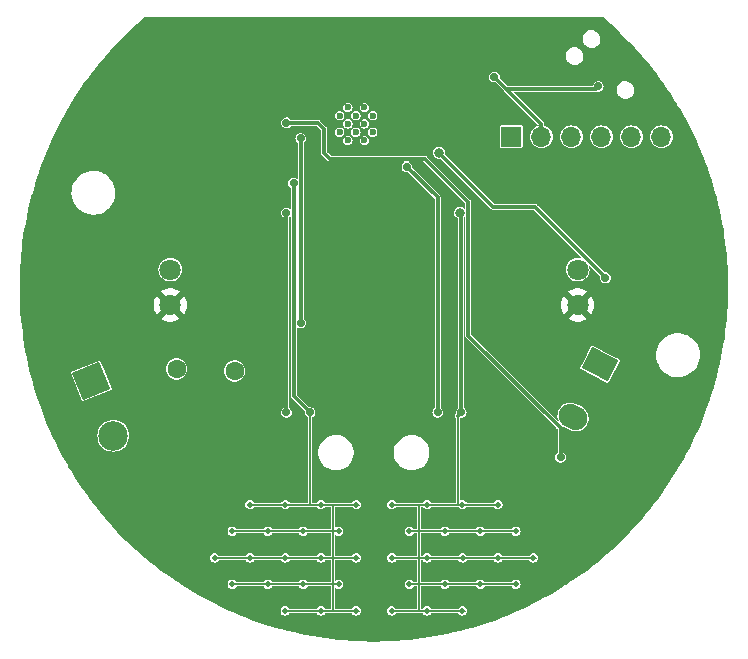
<source format=gbr>
%TF.GenerationSoftware,KiCad,Pcbnew,7.0.10*%
%TF.CreationDate,2024-02-08T00:21:34+01:00*%
%TF.ProjectId,robot_pcb,726f626f-745f-4706-9362-2e6b69636164,rev?*%
%TF.SameCoordinates,Original*%
%TF.FileFunction,Copper,L2,Bot*%
%TF.FilePolarity,Positive*%
%FSLAX46Y46*%
G04 Gerber Fmt 4.6, Leading zero omitted, Abs format (unit mm)*
G04 Created by KiCad (PCBNEW 7.0.10) date 2024-02-08 00:21:34*
%MOMM*%
%LPD*%
G01*
G04 APERTURE LIST*
G04 Aperture macros list*
%AMHorizOval*
0 Thick line with rounded ends*
0 $1 width*
0 $2 $3 position (X,Y) of the first rounded end (center of the circle)*
0 $4 $5 position (X,Y) of the second rounded end (center of the circle)*
0 Add line between two ends*
20,1,$1,$2,$3,$4,$5,0*
0 Add two circle primitives to create the rounded ends*
1,1,$1,$2,$3*
1,1,$1,$4,$5*%
%AMRotRect*
0 Rectangle, with rotation*
0 The origin of the aperture is its center*
0 $1 length*
0 $2 width*
0 $3 Rotation angle, in degrees counterclockwise*
0 Add horizontal line*
21,1,$1,$2,0,0,$3*%
G04 Aperture macros list end*
%TA.AperFunction,HeatsinkPad*%
%ADD10C,0.600000*%
%TD*%
%TA.AperFunction,ComponentPad*%
%ADD11RotRect,2.500000X2.000000X333.000000*%
%TD*%
%TA.AperFunction,ComponentPad*%
%ADD12HorizOval,2.000000X0.222752X-0.113498X-0.222752X0.113498X0*%
%TD*%
%TA.AperFunction,ComponentPad*%
%ADD13RotRect,2.500000X2.500000X292.000000*%
%TD*%
%TA.AperFunction,ComponentPad*%
%ADD14C,2.500000*%
%TD*%
%TA.AperFunction,ComponentPad*%
%ADD15C,1.800000*%
%TD*%
%TA.AperFunction,ComponentPad*%
%ADD16C,1.600000*%
%TD*%
%TA.AperFunction,ComponentPad*%
%ADD17R,1.700000X1.700000*%
%TD*%
%TA.AperFunction,ComponentPad*%
%ADD18O,1.700000X1.700000*%
%TD*%
%TA.AperFunction,ViaPad*%
%ADD19C,0.800000*%
%TD*%
%TA.AperFunction,ViaPad*%
%ADD20C,0.500000*%
%TD*%
%TA.AperFunction,ViaPad*%
%ADD21C,0.700000*%
%TD*%
%TA.AperFunction,Conductor*%
%ADD22C,0.300000*%
%TD*%
%TA.AperFunction,Conductor*%
%ADD23C,0.150000*%
%TD*%
G04 APERTURE END LIST*
D10*
%TO.P,U2,39,GND*%
%TO.N,GND*%
X147100000Y-85470000D03*
X149200000Y-86170000D03*
X149900000Y-86870000D03*
X147800000Y-87570000D03*
X147100000Y-86870000D03*
X147800000Y-86170000D03*
X149900000Y-85470000D03*
X147800000Y-84770000D03*
X148475000Y-85470000D03*
X149200000Y-84770000D03*
X149200000Y-87570000D03*
X148475000Y-86870000D03*
%TD*%
D11*
%TO.P,C1,1*%
%TO.N,VCC*%
X169134976Y-106522484D03*
D12*
%TO.P,C1,2*%
%TO.N,GND*%
X166865024Y-110977517D03*
%TD*%
D13*
%TO.P,J1,1,Pin_1*%
%TO.N,GND*%
X126063484Y-107932040D03*
D14*
%TO.P,J1,2,Pin_2*%
%TO.N,Net-(J1-Pin_2)*%
X127936517Y-112567959D03*
%TD*%
D15*
%TO.P,M2,1,+*%
%TO.N,+3V3*%
X167250000Y-101500000D03*
%TO.P,M2,2,-*%
%TO.N,Net-(D3-A)*%
X167250000Y-98500000D03*
%TD*%
D16*
%TO.P,TH1,1*%
%TO.N,Net-(J1-Pin_2)*%
X133289230Y-106915681D03*
%TO.P,TH1,2*%
%TO.N,VCC*%
X138210770Y-107084319D03*
%TD*%
D15*
%TO.P,M1,1,+*%
%TO.N,+3V3*%
X132750000Y-101500000D03*
%TO.P,M1,2,-*%
%TO.N,Net-(D1-A)*%
X132750000Y-98500000D03*
%TD*%
D17*
%TO.P,J3,1,Pin_1*%
%TO.N,unconnected-(J3-Pin_1-Pad1)*%
X161650000Y-87250000D03*
D18*
%TO.P,J3,2,Pin_2*%
%TO.N,PROG_RX*%
X164190000Y-87250000D03*
%TO.P,J3,3,Pin_3*%
%TO.N,PROG_TX*%
X166730000Y-87250000D03*
%TO.P,J3,4,Pin_4*%
%TO.N,Net-(J3-Pin_4)*%
X169270000Y-87250000D03*
%TO.P,J3,5,Pin_5*%
%TO.N,unconnected-(J3-Pin_5-Pad5)*%
X171810000Y-87250000D03*
%TO.P,J3,6,Pin_6*%
%TO.N,GND*%
X174350000Y-87250000D03*
%TD*%
D19*
%TO.N,BUMPER4*%
X155500000Y-88600000D03*
%TO.N,SCL1*%
X157300000Y-93700000D03*
D20*
%TO.N,+3V3*%
X147218750Y-119900001D03*
X148700000Y-117700000D03*
X154700000Y-122200000D03*
D21*
X146000000Y-109600000D03*
D20*
X151700000Y-122200000D03*
X153200000Y-119900000D03*
X162218750Y-124400001D03*
D21*
X145900000Y-99800000D03*
D20*
X142700000Y-122200000D03*
D21*
X173800000Y-116400000D03*
D20*
X148700000Y-122200000D03*
X142700000Y-117700000D03*
D21*
X136536613Y-81871752D03*
D20*
X139700000Y-117700000D03*
X156200000Y-119900000D03*
X160700000Y-122200000D03*
X154700000Y-126700000D03*
D21*
X145550000Y-104000000D03*
D20*
X159200000Y-124400000D03*
X145700000Y-126700000D03*
X154700000Y-117700000D03*
X145700000Y-117700000D03*
D21*
X178000000Y-94700000D03*
D20*
X138181250Y-124399999D03*
X163700000Y-122200000D03*
D21*
X147000000Y-110400000D03*
X165400000Y-82400000D03*
D20*
X151700000Y-117700000D03*
D21*
X141400000Y-107400000D03*
D20*
X145700000Y-122200000D03*
X157700000Y-122200000D03*
X144181250Y-124399999D03*
X157700000Y-126700000D03*
X162218750Y-119900001D03*
X156200000Y-124400000D03*
X159200000Y-119900000D03*
D21*
X142600000Y-81000000D03*
D20*
X151700000Y-126700000D03*
D21*
X158600000Y-107600000D03*
D20*
X157700000Y-117700000D03*
X136700000Y-122200000D03*
X138200000Y-119900000D03*
X153200000Y-124400000D03*
X139700000Y-122200000D03*
X144200000Y-119900000D03*
D21*
X146000000Y-110400000D03*
D20*
X160700000Y-117700000D03*
X141200000Y-119900000D03*
X148700000Y-126700000D03*
X142700000Y-126700000D03*
X147200000Y-124400000D03*
D21*
X172400000Y-102800000D03*
D20*
X141181250Y-124399999D03*
D21*
%TO.N,BUMPER1*%
X142600000Y-86070000D03*
X165800000Y-114400000D03*
%TO.N,BUMPER4*%
X169600000Y-99200000D03*
%TO.N,PROG_RX*%
X160200000Y-82200000D03*
X169000000Y-83000000D03*
%TO.N,SDA1*%
X152800000Y-89800000D03*
X155400000Y-110600000D03*
D20*
%TO.N,SCL1*%
X157512666Y-122900001D03*
X153012667Y-120650000D03*
X156012666Y-125150001D03*
X154499999Y-127400001D03*
X154512666Y-118400001D03*
X160499999Y-118400001D03*
X157499999Y-127400001D03*
X154512667Y-122900000D03*
X151512666Y-122900001D03*
X157499999Y-118400001D03*
X162012666Y-125150001D03*
X159012666Y-120650001D03*
D21*
X157400000Y-110600000D03*
D20*
X163512666Y-122900001D03*
X151499999Y-127400001D03*
X159012666Y-125150001D03*
X162012666Y-120650001D03*
X156012666Y-120650001D03*
X153012667Y-125150000D03*
X160512666Y-122900001D03*
X151512666Y-118400001D03*
D21*
%TO.N,SDA2*%
X142600000Y-110600000D03*
X142600000Y-93700000D03*
D20*
%TO.N,SCL2*%
X142500000Y-127400000D03*
X145499999Y-127400001D03*
D21*
X144600000Y-110600000D03*
D20*
X139512667Y-118400000D03*
X148499999Y-127400001D03*
X145512666Y-122900001D03*
X148512666Y-118400001D03*
X147012666Y-120650001D03*
X148512666Y-122900001D03*
X138012667Y-120650000D03*
X142512666Y-118400001D03*
X144012666Y-125150001D03*
X141012666Y-120650001D03*
X147012666Y-125150001D03*
D21*
X143200000Y-91200000D03*
D20*
X141012666Y-125150001D03*
X142512666Y-122900001D03*
X138012667Y-125150000D03*
X139512666Y-122900001D03*
X136512667Y-122900000D03*
X144012666Y-120650001D03*
X145512666Y-118400001D03*
D21*
%TO.N,VCC*%
X143800000Y-103000000D03*
X143800000Y-87400000D03*
%TD*%
D22*
%TO.N,BUMPER1*%
X142600000Y-86070000D02*
X145270000Y-86070000D01*
X146250000Y-89100000D02*
X154300000Y-89100000D01*
X145270000Y-86070000D02*
X145800000Y-86600000D01*
X145800000Y-86600000D02*
X145800000Y-88650000D01*
X165800000Y-111893884D02*
X165800000Y-114400000D01*
X145800000Y-88650000D02*
X146250000Y-89100000D01*
X154300000Y-89100000D02*
X158000000Y-92800000D01*
X158000000Y-92800000D02*
X158000000Y-104093884D01*
X158000000Y-104093884D02*
X165800000Y-111893884D01*
%TO.N,BUMPER4*%
X160100000Y-93200000D02*
X155500000Y-88600000D01*
X160600000Y-93200000D02*
X160100000Y-93200000D01*
%TO.N,SCL1*%
X157300000Y-93700000D02*
X157400000Y-93800000D01*
X157400000Y-93800000D02*
X157400000Y-110600000D01*
%TO.N,SDA2*%
X142600000Y-110600000D02*
X142600000Y-93700000D01*
%TO.N,BUMPER4*%
X163647057Y-93200000D02*
X160600000Y-93200000D01*
X169600000Y-99152943D02*
X163647057Y-93200000D01*
X169600000Y-99200000D02*
X169600000Y-99152943D01*
%TO.N,PROG_RX*%
X168800000Y-83200000D02*
X161200000Y-83200000D01*
X164190000Y-87250000D02*
X164190000Y-86190000D01*
X169000000Y-83000000D02*
X168800000Y-83200000D01*
X161200000Y-83200000D02*
X160200000Y-82200000D01*
X164190000Y-86190000D02*
X160200000Y-82200000D01*
%TO.N,SDA1*%
X155400000Y-92400000D02*
X155400000Y-110600000D01*
X152800000Y-89800000D02*
X155400000Y-92400000D01*
D23*
%TO.N,SCL1*%
X163712666Y-122900001D02*
X151712666Y-122900001D01*
X157699999Y-127400001D02*
X153800000Y-127400001D01*
X162212665Y-125150000D02*
X162212666Y-125150001D01*
X157100000Y-118300001D02*
X157000000Y-118400001D01*
X153800000Y-118400001D02*
X153800000Y-127400001D01*
X153212667Y-120650000D02*
X162212665Y-120650000D01*
X151712666Y-118400001D02*
X153800000Y-118400001D01*
X162212665Y-120650000D02*
X162212666Y-120650001D01*
X153212667Y-125150000D02*
X162212665Y-125150000D01*
X157100000Y-110900000D02*
X157100000Y-118300001D01*
D22*
X157400000Y-110600000D02*
X157100000Y-110900000D01*
D23*
X153800000Y-118400001D02*
X157000000Y-118400001D01*
X157000000Y-118400001D02*
X160699999Y-118400001D01*
X153800000Y-127400001D02*
X151699999Y-127400001D01*
%TO.N,SCL2*%
X146550000Y-127400001D02*
X142700001Y-127400001D01*
X147212666Y-125150001D02*
X138212668Y-125150001D01*
X146550000Y-118400001D02*
X146550000Y-127400001D01*
X139712668Y-118400001D02*
X139712667Y-118400000D01*
X138212668Y-125150001D02*
X138212667Y-125150000D01*
X144600000Y-110600000D02*
X144600000Y-118400001D01*
X142700001Y-127400001D02*
X142700000Y-127400000D01*
D22*
X143200000Y-109200000D02*
X143200000Y-91200000D01*
D23*
X148712666Y-122900001D02*
X136712668Y-122900001D01*
D22*
X144600000Y-110600000D02*
X143200000Y-109200000D01*
D23*
X136712668Y-122900001D02*
X136712667Y-122900000D01*
X144600000Y-118400001D02*
X139712668Y-118400001D01*
X147212666Y-120650001D02*
X138212668Y-120650001D01*
X148699999Y-127400001D02*
X146550000Y-127400001D01*
X148712666Y-118400001D02*
X146550000Y-118400001D01*
X138212668Y-120650001D02*
X138212667Y-120650000D01*
X146550000Y-118400001D02*
X144600000Y-118400001D01*
D22*
%TO.N,VCC*%
X143800000Y-103000000D02*
X143800000Y-87400000D01*
%TD*%
%TA.AperFunction,Conductor*%
%TO.N,+3V3*%
G36*
X169440033Y-77155882D02*
G01*
X170080816Y-77712552D01*
X170081450Y-77713124D01*
X170725086Y-78314519D01*
X170874551Y-78454175D01*
X170875176Y-78454780D01*
X171640984Y-79224118D01*
X171641585Y-79224744D01*
X171897168Y-79500813D01*
X172129123Y-79751360D01*
X172325605Y-79963590D01*
X172326115Y-79964141D01*
X172326124Y-79964164D01*
X172326131Y-79964158D01*
X172326305Y-79964346D01*
X172335204Y-79973977D01*
X172380377Y-80022864D01*
X172380940Y-80023496D01*
X172727550Y-80426204D01*
X172909603Y-80637723D01*
X172974056Y-80712607D01*
X172974432Y-80713044D01*
X172974443Y-80713072D01*
X172974451Y-80713066D01*
X173091452Y-80849339D01*
X173091988Y-80849986D01*
X173620249Y-81510695D01*
X173620261Y-81510730D01*
X173620271Y-81510723D01*
X173772050Y-81701136D01*
X173772558Y-81701797D01*
X174250239Y-82345731D01*
X174250253Y-82345774D01*
X174250265Y-82345766D01*
X174421240Y-82577096D01*
X174421719Y-82577769D01*
X174857335Y-83211742D01*
X174900871Y-83275376D01*
X175038149Y-83476035D01*
X175038601Y-83476719D01*
X175437880Y-84105424D01*
X175437874Y-84105427D01*
X175437909Y-84105470D01*
X175621999Y-84396815D01*
X175622422Y-84397510D01*
X175700952Y-84531661D01*
X175979993Y-85008342D01*
X175988834Y-85023444D01*
X175988865Y-85023498D01*
X176171996Y-85338190D01*
X176172391Y-85338894D01*
X176508600Y-85964109D01*
X176508632Y-85964169D01*
X176687427Y-86298931D01*
X176687792Y-86299644D01*
X176995396Y-86924937D01*
X176995413Y-86925012D01*
X176995429Y-86925005D01*
X177167602Y-87277760D01*
X177167939Y-87278480D01*
X177332516Y-87646063D01*
X177445338Y-87898052D01*
X177448264Y-87904586D01*
X177539356Y-88109898D01*
X177611900Y-88273405D01*
X177612207Y-88274130D01*
X177866161Y-88901289D01*
X177866178Y-88901377D01*
X177866194Y-88901371D01*
X178019715Y-89284516D01*
X178019994Y-89285246D01*
X178117628Y-89553936D01*
X178248180Y-89913221D01*
X178248352Y-89913692D01*
X178248368Y-89913787D01*
X178248384Y-89913782D01*
X178390520Y-90309774D01*
X178390770Y-90310508D01*
X178594091Y-90940204D01*
X178594106Y-90940304D01*
X178594122Y-90940300D01*
X178723829Y-91347841D01*
X178724050Y-91348577D01*
X178902808Y-91979466D01*
X178902837Y-91979569D01*
X179019187Y-92397299D01*
X179019380Y-92398037D01*
X179173912Y-93029803D01*
X179173938Y-93029913D01*
X179276218Y-93456798D01*
X179276383Y-93457535D01*
X179406999Y-94089929D01*
X179407023Y-94090047D01*
X179494583Y-94524944D01*
X179494719Y-94525681D01*
X179601628Y-95158098D01*
X179601638Y-95158224D01*
X179601649Y-95158223D01*
X179673988Y-95600306D01*
X179674097Y-95601041D01*
X179757539Y-96233123D01*
X179757556Y-96233255D01*
X179814205Y-96681518D01*
X179814286Y-96682250D01*
X179874450Y-97313406D01*
X179874463Y-97313544D01*
X179915037Y-97767058D01*
X179915090Y-97767786D01*
X179952184Y-98397674D01*
X179952188Y-98397821D01*
X179952193Y-98397821D01*
X179976356Y-98855525D01*
X179976383Y-98856247D01*
X179990583Y-99484126D01*
X179990586Y-99484279D01*
X179998086Y-99945550D01*
X179998087Y-99946267D01*
X179989578Y-100571651D01*
X179989575Y-100571809D01*
X179980194Y-101035616D01*
X179980169Y-101036326D01*
X179949141Y-101658619D01*
X179949132Y-101658784D01*
X179922705Y-102124289D01*
X179922655Y-102124991D01*
X179869317Y-102743456D01*
X179869302Y-102743627D01*
X179825695Y-103210179D01*
X179825620Y-103210873D01*
X179750155Y-103825123D01*
X179750132Y-103825300D01*
X179689296Y-104291802D01*
X179689197Y-104292485D01*
X179591841Y-104901719D01*
X179591811Y-104901902D01*
X179513688Y-105367731D01*
X179513566Y-105368404D01*
X179394540Y-105972077D01*
X179394502Y-105972264D01*
X179299093Y-106436616D01*
X179298947Y-106437278D01*
X179158532Y-107034591D01*
X179158486Y-107034784D01*
X179045807Y-107496973D01*
X179045639Y-107497622D01*
X178884078Y-108088038D01*
X178884023Y-108088235D01*
X178754161Y-108547418D01*
X178753971Y-108548055D01*
X178571592Y-109130792D01*
X178571529Y-109130993D01*
X178424542Y-109586565D01*
X178424331Y-109587189D01*
X178221400Y-110161728D01*
X178221327Y-110161933D01*
X178057378Y-110613061D01*
X178057147Y-110613670D01*
X177833983Y-111179380D01*
X177833900Y-111179588D01*
X177653167Y-111625514D01*
X177652916Y-111626109D01*
X177409859Y-112182355D01*
X177409766Y-112182565D01*
X177212446Y-112622588D01*
X177212177Y-112623168D01*
X176949565Y-113169366D01*
X176949461Y-113169578D01*
X176735779Y-113603010D01*
X176735492Y-113603574D01*
X176453780Y-114138948D01*
X176453666Y-114139163D01*
X176223814Y-114565442D01*
X176223510Y-114565989D01*
X175922967Y-115090171D01*
X175922841Y-115090386D01*
X175677228Y-115508621D01*
X175676908Y-115509152D01*
X175358016Y-116021415D01*
X175357879Y-116021631D01*
X175096713Y-116431349D01*
X175096377Y-116431862D01*
X174759680Y-116931454D01*
X174759532Y-116931671D01*
X174483035Y-117332403D01*
X174482684Y-117332898D01*
X174128618Y-117819286D01*
X174128459Y-117819502D01*
X173837067Y-118210502D01*
X173836702Y-118210979D01*
X173465688Y-118683682D01*
X173465517Y-118683898D01*
X173159604Y-119064571D01*
X173159226Y-119065029D01*
X172771787Y-119523462D01*
X172771604Y-119523676D01*
X172451570Y-119893443D01*
X172451181Y-119893882D01*
X172047797Y-120337548D01*
X172047601Y-120337761D01*
X171713911Y-120696021D01*
X171713510Y-120696441D01*
X171294698Y-121124830D01*
X171294491Y-121125039D01*
X170947553Y-121471291D01*
X170947142Y-121471692D01*
X170513509Y-121884242D01*
X170513289Y-121884448D01*
X170153550Y-122218187D01*
X170153129Y-122218569D01*
X169705225Y-122614812D01*
X169704993Y-122615014D01*
X169332913Y-122935759D01*
X169332484Y-122936120D01*
X168870970Y-123315522D01*
X168870726Y-123315721D01*
X168486787Y-123623006D01*
X168486350Y-123623347D01*
X168011667Y-123985590D01*
X168011410Y-123985783D01*
X167616248Y-124279060D01*
X167615804Y-124279382D01*
X167128706Y-124623924D01*
X167128438Y-124624111D01*
X166722434Y-124903060D01*
X166721984Y-124903362D01*
X166223032Y-125229846D01*
X166222751Y-125230027D01*
X165806551Y-125494164D01*
X165806096Y-125494445D01*
X165295938Y-125802477D01*
X165295646Y-125802651D01*
X164869855Y-126051569D01*
X164869395Y-126051831D01*
X164348675Y-126341048D01*
X164348371Y-126341214D01*
X163913437Y-126574619D01*
X163912974Y-126574861D01*
X163382474Y-126844858D01*
X163382158Y-126845016D01*
X162938706Y-127062546D01*
X162938240Y-127062768D01*
X162398515Y-127313286D01*
X162398188Y-127313435D01*
X161946943Y-127514714D01*
X161946476Y-127514917D01*
X161398182Y-127745667D01*
X161397843Y-127745806D01*
X160939350Y-127930575D01*
X160938882Y-127930758D01*
X160382885Y-128141395D01*
X160382535Y-128141525D01*
X159917319Y-128309551D01*
X159916850Y-128309715D01*
X159353736Y-128500034D01*
X159353376Y-128500152D01*
X158882252Y-128651125D01*
X158881784Y-128651270D01*
X158312321Y-128821026D01*
X158311950Y-128821133D01*
X157835398Y-128954887D01*
X157834932Y-128955013D01*
X157259866Y-129103995D01*
X157259485Y-129104090D01*
X156778292Y-129220391D01*
X156777828Y-129220499D01*
X156197811Y-129348549D01*
X156197421Y-129348631D01*
X155712204Y-129447323D01*
X155711742Y-129447413D01*
X155127566Y-129554361D01*
X155127167Y-129554430D01*
X154638583Y-129635373D01*
X154638124Y-129635445D01*
X154050608Y-129721150D01*
X154050200Y-129721206D01*
X153558783Y-129784301D01*
X153558329Y-129784355D01*
X152968216Y-129848718D01*
X152967800Y-129848759D01*
X152474368Y-129893891D01*
X152473919Y-129893928D01*
X151881938Y-129936879D01*
X151881514Y-129936906D01*
X151386659Y-129964014D01*
X151386215Y-129964034D01*
X150793136Y-129985521D01*
X150792705Y-129985533D01*
X150297193Y-129994574D01*
X150296755Y-129994578D01*
X149703245Y-129994578D01*
X149702807Y-129994574D01*
X149207293Y-129985533D01*
X149206862Y-129985521D01*
X148613783Y-129964034D01*
X148613339Y-129964014D01*
X148118484Y-129936906D01*
X148118060Y-129936879D01*
X147526079Y-129893928D01*
X147525630Y-129893891D01*
X147032198Y-129848759D01*
X147031782Y-129848718D01*
X146441669Y-129784355D01*
X146441215Y-129784301D01*
X145949798Y-129721206D01*
X145949390Y-129721150D01*
X145361874Y-129635445D01*
X145361415Y-129635373D01*
X144872831Y-129554430D01*
X144872432Y-129554361D01*
X144288256Y-129447413D01*
X144287794Y-129447323D01*
X143802577Y-129348631D01*
X143802187Y-129348549D01*
X143222170Y-129220499D01*
X143221706Y-129220391D01*
X142740513Y-129104090D01*
X142740132Y-129103995D01*
X142165066Y-128955013D01*
X142164600Y-128954887D01*
X141688048Y-128821133D01*
X141687677Y-128821026D01*
X141118214Y-128651270D01*
X141117746Y-128651125D01*
X140646622Y-128500152D01*
X140646262Y-128500034D01*
X140083148Y-128309715D01*
X140082679Y-128309551D01*
X139617463Y-128141525D01*
X139617113Y-128141395D01*
X139061116Y-127930758D01*
X139060648Y-127930575D01*
X138602155Y-127745806D01*
X138601816Y-127745667D01*
X138053522Y-127514917D01*
X138053055Y-127514714D01*
X137601810Y-127313435D01*
X137601483Y-127313286D01*
X137061758Y-127062768D01*
X137061292Y-127062546D01*
X136617840Y-126845016D01*
X136617524Y-126844858D01*
X136087024Y-126574861D01*
X136086561Y-126574619D01*
X135651627Y-126341214D01*
X135651323Y-126341048D01*
X135130603Y-126051831D01*
X135130166Y-126051582D01*
X134917337Y-125927162D01*
X134704352Y-125802651D01*
X134704060Y-125802477D01*
X134193902Y-125494445D01*
X134193447Y-125494164D01*
X133777247Y-125230027D01*
X133776966Y-125229846D01*
X133375989Y-124967471D01*
X133278013Y-124903361D01*
X133277564Y-124903060D01*
X132871560Y-124624111D01*
X132871292Y-124623924D01*
X132384194Y-124279382D01*
X132383750Y-124279060D01*
X131988588Y-123985783D01*
X131988331Y-123985590D01*
X131513648Y-123623347D01*
X131513211Y-123623006D01*
X131129272Y-123315721D01*
X131129028Y-123315522D01*
X130667501Y-122936109D01*
X130667085Y-122935759D01*
X130625603Y-122900000D01*
X136107175Y-122900000D01*
X136127021Y-123025306D01*
X136184614Y-123138338D01*
X136184615Y-123138339D01*
X136184617Y-123138342D01*
X136274325Y-123228050D01*
X136274327Y-123228051D01*
X136274328Y-123228052D01*
X136387360Y-123285645D01*
X136387361Y-123285645D01*
X136387363Y-123285646D01*
X136512667Y-123305492D01*
X136637971Y-123285646D01*
X136751009Y-123228050D01*
X136840717Y-123138342D01*
X136866059Y-123088604D01*
X136880026Y-123076676D01*
X136887443Y-123075501D01*
X139137889Y-123075501D01*
X139154860Y-123082530D01*
X139159273Y-123088605D01*
X139184613Y-123138339D01*
X139184614Y-123138340D01*
X139184616Y-123138343D01*
X139274324Y-123228051D01*
X139274326Y-123228052D01*
X139274327Y-123228053D01*
X139387359Y-123285646D01*
X139387360Y-123285646D01*
X139387362Y-123285647D01*
X139512666Y-123305493D01*
X139637970Y-123285647D01*
X139751008Y-123228051D01*
X139840716Y-123138343D01*
X139866059Y-123088604D01*
X139880026Y-123076676D01*
X139887443Y-123075501D01*
X142137889Y-123075501D01*
X142154860Y-123082530D01*
X142159273Y-123088605D01*
X142184613Y-123138339D01*
X142184614Y-123138340D01*
X142184616Y-123138343D01*
X142274324Y-123228051D01*
X142274326Y-123228052D01*
X142274327Y-123228053D01*
X142387359Y-123285646D01*
X142387360Y-123285646D01*
X142387362Y-123285647D01*
X142512666Y-123305493D01*
X142637970Y-123285647D01*
X142751008Y-123228051D01*
X142840716Y-123138343D01*
X142866059Y-123088604D01*
X142880026Y-123076676D01*
X142887443Y-123075501D01*
X145137889Y-123075501D01*
X145154860Y-123082530D01*
X145159273Y-123088605D01*
X145184613Y-123138339D01*
X145184614Y-123138340D01*
X145184616Y-123138343D01*
X145274324Y-123228051D01*
X145274326Y-123228052D01*
X145274327Y-123228053D01*
X145387359Y-123285646D01*
X145387360Y-123285646D01*
X145387362Y-123285647D01*
X145512666Y-123305493D01*
X145637970Y-123285647D01*
X145751008Y-123228051D01*
X145840716Y-123138343D01*
X145866059Y-123088604D01*
X145880026Y-123076676D01*
X145887443Y-123075501D01*
X146350500Y-123075501D01*
X146367471Y-123082530D01*
X146374500Y-123099501D01*
X146374500Y-124950501D01*
X146367471Y-124967472D01*
X146350500Y-124974501D01*
X144387443Y-124974501D01*
X144370472Y-124967472D01*
X144366059Y-124961397D01*
X144366058Y-124961396D01*
X144340716Y-124911659D01*
X144251008Y-124821951D01*
X144251005Y-124821949D01*
X144251004Y-124821948D01*
X144137972Y-124764355D01*
X144012666Y-124744509D01*
X143887359Y-124764355D01*
X143774327Y-124821948D01*
X143684613Y-124911662D01*
X143664825Y-124950500D01*
X143659274Y-124961396D01*
X143659273Y-124961397D01*
X143645306Y-124973326D01*
X143637889Y-124974501D01*
X141387443Y-124974501D01*
X141370472Y-124967472D01*
X141366059Y-124961397D01*
X141366058Y-124961396D01*
X141340716Y-124911659D01*
X141251008Y-124821951D01*
X141251005Y-124821949D01*
X141251004Y-124821948D01*
X141137972Y-124764355D01*
X141012666Y-124744509D01*
X140887359Y-124764355D01*
X140774327Y-124821948D01*
X140684613Y-124911662D01*
X140664825Y-124950500D01*
X140659274Y-124961396D01*
X140659273Y-124961397D01*
X140645306Y-124973326D01*
X140637889Y-124974501D01*
X138387444Y-124974501D01*
X138370473Y-124967472D01*
X138366060Y-124961397D01*
X138366059Y-124961396D01*
X138358485Y-124946530D01*
X138340719Y-124911661D01*
X138340718Y-124911660D01*
X138340717Y-124911658D01*
X138251009Y-124821950D01*
X138251006Y-124821948D01*
X138251005Y-124821947D01*
X138137973Y-124764354D01*
X138012667Y-124744508D01*
X137887360Y-124764354D01*
X137774328Y-124821947D01*
X137684614Y-124911661D01*
X137627021Y-125024693D01*
X137607175Y-125150000D01*
X137627021Y-125275306D01*
X137684614Y-125388338D01*
X137684615Y-125388339D01*
X137684617Y-125388342D01*
X137774325Y-125478050D01*
X137774327Y-125478051D01*
X137774328Y-125478052D01*
X137887360Y-125535645D01*
X137887361Y-125535645D01*
X137887363Y-125535646D01*
X138012667Y-125555492D01*
X138137971Y-125535646D01*
X138251009Y-125478050D01*
X138340717Y-125388342D01*
X138366059Y-125338604D01*
X138380026Y-125326676D01*
X138387443Y-125325501D01*
X140637889Y-125325501D01*
X140654860Y-125332530D01*
X140659273Y-125338605D01*
X140684613Y-125388339D01*
X140684614Y-125388340D01*
X140684616Y-125388343D01*
X140774324Y-125478051D01*
X140774326Y-125478052D01*
X140774327Y-125478053D01*
X140887359Y-125535646D01*
X140887360Y-125535646D01*
X140887362Y-125535647D01*
X141012666Y-125555493D01*
X141137970Y-125535647D01*
X141251008Y-125478051D01*
X141340716Y-125388343D01*
X141366059Y-125338604D01*
X141380026Y-125326676D01*
X141387443Y-125325501D01*
X143637889Y-125325501D01*
X143654860Y-125332530D01*
X143659273Y-125338605D01*
X143684613Y-125388339D01*
X143684614Y-125388340D01*
X143684616Y-125388343D01*
X143774324Y-125478051D01*
X143774326Y-125478052D01*
X143774327Y-125478053D01*
X143887359Y-125535646D01*
X143887360Y-125535646D01*
X143887362Y-125535647D01*
X144012666Y-125555493D01*
X144137970Y-125535647D01*
X144251008Y-125478051D01*
X144340716Y-125388343D01*
X144366059Y-125338604D01*
X144380026Y-125326676D01*
X144387443Y-125325501D01*
X146350500Y-125325501D01*
X146367471Y-125332530D01*
X146374500Y-125349501D01*
X146374500Y-127200501D01*
X146367471Y-127217472D01*
X146350500Y-127224501D01*
X145874776Y-127224501D01*
X145857805Y-127217472D01*
X145853392Y-127211397D01*
X145828051Y-127161662D01*
X145828050Y-127161661D01*
X145828049Y-127161659D01*
X145738341Y-127071951D01*
X145738338Y-127071949D01*
X145738337Y-127071948D01*
X145625305Y-127014355D01*
X145499999Y-126994509D01*
X145374692Y-127014355D01*
X145261660Y-127071948D01*
X145171946Y-127161662D01*
X145146606Y-127211397D01*
X145132639Y-127223326D01*
X145125222Y-127224501D01*
X142874777Y-127224501D01*
X142857806Y-127217472D01*
X142853393Y-127211397D01*
X142828052Y-127161661D01*
X142828051Y-127161660D01*
X142828050Y-127161658D01*
X142738342Y-127071950D01*
X142738339Y-127071948D01*
X142738338Y-127071947D01*
X142625306Y-127014354D01*
X142500000Y-126994508D01*
X142374693Y-127014354D01*
X142261661Y-127071947D01*
X142171947Y-127161661D01*
X142114354Y-127274693D01*
X142094508Y-127400000D01*
X142114354Y-127525306D01*
X142171947Y-127638338D01*
X142171948Y-127638339D01*
X142171950Y-127638342D01*
X142261658Y-127728050D01*
X142261660Y-127728051D01*
X142261661Y-127728052D01*
X142374693Y-127785645D01*
X142374694Y-127785645D01*
X142374696Y-127785646D01*
X142500000Y-127805492D01*
X142625304Y-127785646D01*
X142738342Y-127728050D01*
X142828050Y-127638342D01*
X142853392Y-127588604D01*
X142867359Y-127576676D01*
X142874776Y-127575501D01*
X145125222Y-127575501D01*
X145142193Y-127582530D01*
X145146606Y-127588605D01*
X145171946Y-127638339D01*
X145171947Y-127638340D01*
X145171949Y-127638343D01*
X145261657Y-127728051D01*
X145261659Y-127728052D01*
X145261660Y-127728053D01*
X145374692Y-127785646D01*
X145374693Y-127785646D01*
X145374695Y-127785647D01*
X145499999Y-127805493D01*
X145625303Y-127785647D01*
X145738341Y-127728051D01*
X145828049Y-127638343D01*
X145853392Y-127588604D01*
X145867359Y-127576676D01*
X145874776Y-127575501D01*
X146506743Y-127575501D01*
X146513442Y-127575501D01*
X146521953Y-127577061D01*
X146528213Y-127579435D01*
X146559172Y-127575676D01*
X146562065Y-127575501D01*
X148125222Y-127575501D01*
X148142193Y-127582530D01*
X148146606Y-127588605D01*
X148171946Y-127638339D01*
X148171947Y-127638340D01*
X148171949Y-127638343D01*
X148261657Y-127728051D01*
X148261659Y-127728052D01*
X148261660Y-127728053D01*
X148374692Y-127785646D01*
X148374693Y-127785646D01*
X148374695Y-127785647D01*
X148499999Y-127805493D01*
X148625303Y-127785647D01*
X148738341Y-127728051D01*
X148828049Y-127638343D01*
X148885645Y-127525305D01*
X148905491Y-127400001D01*
X148885645Y-127274697D01*
X148885644Y-127274695D01*
X148885644Y-127274694D01*
X148828051Y-127161662D01*
X148828050Y-127161661D01*
X148828049Y-127161659D01*
X148738341Y-127071951D01*
X148738338Y-127071949D01*
X148738337Y-127071948D01*
X148625305Y-127014355D01*
X148499999Y-126994509D01*
X148374692Y-127014355D01*
X148261660Y-127071948D01*
X148171946Y-127161662D01*
X148146606Y-127211397D01*
X148132639Y-127223326D01*
X148125222Y-127224501D01*
X146749500Y-127224501D01*
X146732529Y-127217472D01*
X146725500Y-127200501D01*
X146725500Y-125487168D01*
X146732529Y-125470197D01*
X146749500Y-125463168D01*
X146766469Y-125470196D01*
X146774324Y-125478051D01*
X146774326Y-125478052D01*
X146774327Y-125478053D01*
X146887359Y-125535646D01*
X146887360Y-125535646D01*
X146887362Y-125535647D01*
X147012666Y-125555493D01*
X147137970Y-125535647D01*
X147251008Y-125478051D01*
X147340716Y-125388343D01*
X147398312Y-125275305D01*
X147418158Y-125150001D01*
X147398312Y-125024697D01*
X147398311Y-125024695D01*
X147398311Y-125024694D01*
X147340718Y-124911662D01*
X147340717Y-124911661D01*
X147340716Y-124911659D01*
X147251008Y-124821951D01*
X147251005Y-124821949D01*
X147251004Y-124821948D01*
X147137972Y-124764355D01*
X147012666Y-124744509D01*
X146887359Y-124764355D01*
X146774324Y-124821949D01*
X146774324Y-124821950D01*
X146766470Y-124829804D01*
X146749499Y-124836833D01*
X146732529Y-124829803D01*
X146725500Y-124812833D01*
X146725500Y-123099501D01*
X146732529Y-123082530D01*
X146749500Y-123075501D01*
X148137889Y-123075501D01*
X148154860Y-123082530D01*
X148159273Y-123088605D01*
X148184613Y-123138339D01*
X148184614Y-123138340D01*
X148184616Y-123138343D01*
X148274324Y-123228051D01*
X148274326Y-123228052D01*
X148274327Y-123228053D01*
X148387359Y-123285646D01*
X148387360Y-123285646D01*
X148387362Y-123285647D01*
X148512666Y-123305493D01*
X148637970Y-123285647D01*
X148751008Y-123228051D01*
X148840716Y-123138343D01*
X148898312Y-123025305D01*
X148918158Y-122900001D01*
X148898312Y-122774697D01*
X148898311Y-122774695D01*
X148898311Y-122774694D01*
X148840718Y-122661662D01*
X148840717Y-122661661D01*
X148840716Y-122661659D01*
X148751008Y-122571951D01*
X148751005Y-122571949D01*
X148751004Y-122571948D01*
X148637972Y-122514355D01*
X148512666Y-122494509D01*
X148387359Y-122514355D01*
X148274327Y-122571948D01*
X148184613Y-122661662D01*
X148159273Y-122711397D01*
X148145306Y-122723326D01*
X148137889Y-122724501D01*
X146749500Y-122724501D01*
X146732529Y-122717472D01*
X146725500Y-122700501D01*
X146725500Y-120987168D01*
X146732529Y-120970197D01*
X146749500Y-120963168D01*
X146766469Y-120970196D01*
X146774324Y-120978051D01*
X146774326Y-120978052D01*
X146774327Y-120978053D01*
X146887359Y-121035646D01*
X146887360Y-121035646D01*
X146887362Y-121035647D01*
X147012666Y-121055493D01*
X147137970Y-121035647D01*
X147251008Y-120978051D01*
X147340716Y-120888343D01*
X147398312Y-120775305D01*
X147418158Y-120650001D01*
X147398312Y-120524697D01*
X147398311Y-120524695D01*
X147398311Y-120524694D01*
X147340718Y-120411662D01*
X147340717Y-120411661D01*
X147340716Y-120411659D01*
X147251008Y-120321951D01*
X147251005Y-120321949D01*
X147251004Y-120321948D01*
X147137972Y-120264355D01*
X147012666Y-120244509D01*
X146887359Y-120264355D01*
X146774324Y-120321949D01*
X146774324Y-120321950D01*
X146766470Y-120329804D01*
X146749499Y-120336833D01*
X146732529Y-120329803D01*
X146725500Y-120312833D01*
X146725500Y-118599501D01*
X146732529Y-118582530D01*
X146749500Y-118575501D01*
X148137889Y-118575501D01*
X148154860Y-118582530D01*
X148159273Y-118588605D01*
X148184613Y-118638339D01*
X148184614Y-118638340D01*
X148184616Y-118638343D01*
X148274324Y-118728051D01*
X148274326Y-118728052D01*
X148274327Y-118728053D01*
X148387359Y-118785646D01*
X148387360Y-118785646D01*
X148387362Y-118785647D01*
X148512666Y-118805493D01*
X148637970Y-118785647D01*
X148751008Y-118728051D01*
X148840716Y-118638343D01*
X148898312Y-118525305D01*
X148918158Y-118400001D01*
X148898312Y-118274697D01*
X148898311Y-118274695D01*
X148898311Y-118274694D01*
X148840718Y-118161662D01*
X148840717Y-118161661D01*
X148840716Y-118161659D01*
X148751008Y-118071951D01*
X148751005Y-118071949D01*
X148751004Y-118071948D01*
X148637972Y-118014355D01*
X148512666Y-117994509D01*
X148387359Y-118014355D01*
X148274327Y-118071948D01*
X148184613Y-118161662D01*
X148159273Y-118211397D01*
X148145306Y-118223326D01*
X148137889Y-118224501D01*
X146586558Y-118224501D01*
X146578047Y-118222941D01*
X146571788Y-118220567D01*
X146571787Y-118220567D01*
X146552235Y-118222941D01*
X146540828Y-118224326D01*
X146537935Y-118224501D01*
X145887443Y-118224501D01*
X145870472Y-118217472D01*
X145866059Y-118211397D01*
X145840718Y-118161662D01*
X145840717Y-118161661D01*
X145840716Y-118161659D01*
X145751008Y-118071951D01*
X145751005Y-118071949D01*
X145751004Y-118071948D01*
X145637972Y-118014355D01*
X145512666Y-117994509D01*
X145387359Y-118014355D01*
X145274327Y-118071948D01*
X145184613Y-118161662D01*
X145159273Y-118211397D01*
X145145306Y-118223326D01*
X145137889Y-118224501D01*
X144799500Y-118224501D01*
X144782529Y-118217472D01*
X144775500Y-118200501D01*
X144775500Y-114124335D01*
X145299500Y-114124335D01*
X145304440Y-114153937D01*
X145340429Y-114369615D01*
X145421173Y-114604813D01*
X145421175Y-114604818D01*
X145539525Y-114823508D01*
X145539526Y-114823510D01*
X145692259Y-115019741D01*
X145692261Y-115019743D01*
X145692262Y-115019744D01*
X145875215Y-115188164D01*
X146083393Y-115324173D01*
X146311119Y-115424063D01*
X146552179Y-115485108D01*
X146737933Y-115500500D01*
X146862067Y-115500500D01*
X147047821Y-115485108D01*
X147288881Y-115424063D01*
X147516607Y-115324173D01*
X147724785Y-115188164D01*
X147907738Y-115019744D01*
X148060474Y-114823509D01*
X148178828Y-114604810D01*
X148259571Y-114369614D01*
X148300500Y-114124335D01*
X151699500Y-114124335D01*
X151704440Y-114153937D01*
X151740429Y-114369615D01*
X151821173Y-114604813D01*
X151821175Y-114604818D01*
X151939525Y-114823508D01*
X151939526Y-114823510D01*
X152092259Y-115019741D01*
X152092261Y-115019743D01*
X152092262Y-115019744D01*
X152275215Y-115188164D01*
X152483393Y-115324173D01*
X152711119Y-115424063D01*
X152952179Y-115485108D01*
X153137933Y-115500500D01*
X153262067Y-115500500D01*
X153447821Y-115485108D01*
X153688881Y-115424063D01*
X153916607Y-115324173D01*
X154124785Y-115188164D01*
X154307738Y-115019744D01*
X154460474Y-114823509D01*
X154578828Y-114604810D01*
X154659571Y-114369614D01*
X154700500Y-114124335D01*
X154700500Y-113875665D01*
X154659571Y-113630386D01*
X154578828Y-113395190D01*
X154578826Y-113395186D01*
X154578824Y-113395181D01*
X154460474Y-113176491D01*
X154460473Y-113176489D01*
X154307740Y-112980258D01*
X154307738Y-112980256D01*
X154124787Y-112811838D01*
X154124785Y-112811836D01*
X153916607Y-112675827D01*
X153688881Y-112575937D01*
X153688879Y-112575936D01*
X153532277Y-112536279D01*
X153447821Y-112514892D01*
X153447819Y-112514891D01*
X153447816Y-112514891D01*
X153262067Y-112499500D01*
X153137933Y-112499500D01*
X152952183Y-112514891D01*
X152711120Y-112575936D01*
X152483391Y-112675828D01*
X152275216Y-112811835D01*
X152275212Y-112811838D01*
X152092261Y-112980256D01*
X152092259Y-112980258D01*
X151939526Y-113176489D01*
X151939525Y-113176491D01*
X151821175Y-113395181D01*
X151821173Y-113395186D01*
X151740429Y-113630384D01*
X151740429Y-113630386D01*
X151699500Y-113875665D01*
X151699500Y-114124335D01*
X148300500Y-114124335D01*
X148300500Y-113875665D01*
X148259571Y-113630386D01*
X148178828Y-113395190D01*
X148178826Y-113395186D01*
X148178824Y-113395181D01*
X148060474Y-113176491D01*
X148060473Y-113176489D01*
X147907740Y-112980258D01*
X147907738Y-112980256D01*
X147724787Y-112811838D01*
X147724785Y-112811836D01*
X147516607Y-112675827D01*
X147288881Y-112575937D01*
X147288879Y-112575936D01*
X147132277Y-112536279D01*
X147047821Y-112514892D01*
X147047819Y-112514891D01*
X147047816Y-112514891D01*
X146862067Y-112499500D01*
X146737933Y-112499500D01*
X146552183Y-112514891D01*
X146311120Y-112575936D01*
X146083391Y-112675828D01*
X145875216Y-112811835D01*
X145875212Y-112811838D01*
X145692261Y-112980256D01*
X145692259Y-112980258D01*
X145539526Y-113176489D01*
X145539525Y-113176491D01*
X145421175Y-113395181D01*
X145421173Y-113395186D01*
X145340429Y-113630384D01*
X145340429Y-113630386D01*
X145299500Y-113875665D01*
X145299500Y-114124335D01*
X144775500Y-114124335D01*
X144775500Y-111035624D01*
X144782529Y-111018653D01*
X144787706Y-111015059D01*
X144787625Y-111014932D01*
X144793963Y-111010859D01*
X144898049Y-110943967D01*
X144982882Y-110846063D01*
X145036697Y-110728226D01*
X145055133Y-110600000D01*
X145036697Y-110471774D01*
X144982882Y-110353937D01*
X144949860Y-110315827D01*
X144898051Y-110256034D01*
X144898049Y-110256033D01*
X144789073Y-110185998D01*
X144789070Y-110185996D01*
X144789069Y-110185996D01*
X144664772Y-110149500D01*
X144535228Y-110149500D01*
X144535226Y-110149500D01*
X144524565Y-110152630D01*
X144506301Y-110150666D01*
X144500833Y-110146573D01*
X143457529Y-109103269D01*
X143450500Y-109086298D01*
X143450500Y-103348935D01*
X143457529Y-103331964D01*
X143474500Y-103324935D01*
X143491471Y-103331964D01*
X143492624Y-103333203D01*
X143501951Y-103343967D01*
X143610931Y-103414004D01*
X143735228Y-103450500D01*
X143735230Y-103450500D01*
X143864770Y-103450500D01*
X143864772Y-103450500D01*
X143989069Y-103414004D01*
X144098049Y-103343967D01*
X144108450Y-103331964D01*
X144149500Y-103284588D01*
X144182882Y-103246063D01*
X144236697Y-103128226D01*
X144255133Y-103000000D01*
X144236697Y-102871774D01*
X144182882Y-102753937D01*
X144115393Y-102676049D01*
X144098051Y-102656035D01*
X144098050Y-102656034D01*
X144098049Y-102656033D01*
X144061523Y-102632559D01*
X144051048Y-102617471D01*
X144050500Y-102612370D01*
X144050500Y-87787628D01*
X144057529Y-87770657D01*
X144061519Y-87767442D01*
X144098049Y-87743967D01*
X144182882Y-87646063D01*
X144236697Y-87528226D01*
X144255133Y-87400000D01*
X144236697Y-87271774D01*
X144182882Y-87153937D01*
X144173942Y-87143619D01*
X144098051Y-87056034D01*
X144098049Y-87056033D01*
X143989073Y-86985998D01*
X143989070Y-86985996D01*
X143989069Y-86985996D01*
X143864772Y-86949500D01*
X143735228Y-86949500D01*
X143662238Y-86970931D01*
X143610933Y-86985995D01*
X143610926Y-86985998D01*
X143501950Y-87056033D01*
X143501948Y-87056034D01*
X143417118Y-87153936D01*
X143376923Y-87241950D01*
X143363303Y-87271774D01*
X143344867Y-87400000D01*
X143363303Y-87528226D01*
X143363304Y-87528228D01*
X143417118Y-87646063D01*
X143501948Y-87743965D01*
X143501950Y-87743966D01*
X143501951Y-87743967D01*
X143538476Y-87767439D01*
X143548951Y-87782526D01*
X143549500Y-87787628D01*
X143549500Y-90851063D01*
X143542471Y-90868034D01*
X143525500Y-90875063D01*
X143508529Y-90868034D01*
X143507363Y-90866780D01*
X143498052Y-90856035D01*
X143498049Y-90856033D01*
X143389073Y-90785998D01*
X143389070Y-90785996D01*
X143389069Y-90785996D01*
X143264772Y-90749500D01*
X143135228Y-90749500D01*
X143062238Y-90770931D01*
X143010933Y-90785995D01*
X143010926Y-90785998D01*
X142901950Y-90856033D01*
X142901948Y-90856034D01*
X142817118Y-90953936D01*
X142763304Y-91071771D01*
X142763303Y-91071774D01*
X142744867Y-91200000D01*
X142763303Y-91328226D01*
X142763304Y-91328228D01*
X142817118Y-91446063D01*
X142901948Y-91543965D01*
X142901950Y-91543966D01*
X142901951Y-91543967D01*
X142938476Y-91567439D01*
X142948951Y-91582526D01*
X142949500Y-91587628D01*
X142949500Y-93351063D01*
X142942471Y-93368034D01*
X142925500Y-93375063D01*
X142908529Y-93368034D01*
X142907363Y-93366780D01*
X142898052Y-93356035D01*
X142898049Y-93356033D01*
X142789073Y-93285998D01*
X142789070Y-93285996D01*
X142789069Y-93285996D01*
X142664772Y-93249500D01*
X142535228Y-93249500D01*
X142462238Y-93270931D01*
X142410933Y-93285995D01*
X142410926Y-93285998D01*
X142301950Y-93356033D01*
X142301948Y-93356034D01*
X142217118Y-93453936D01*
X142169802Y-93557543D01*
X142163303Y-93571774D01*
X142144867Y-93700000D01*
X142163303Y-93828226D01*
X142163304Y-93828228D01*
X142217118Y-93946063D01*
X142301948Y-94043965D01*
X142301950Y-94043966D01*
X142301951Y-94043967D01*
X142338476Y-94067439D01*
X142348951Y-94082526D01*
X142349500Y-94087628D01*
X142349500Y-110212370D01*
X142342471Y-110229341D01*
X142338476Y-110232560D01*
X142301948Y-110256035D01*
X142217118Y-110353936D01*
X142163304Y-110471771D01*
X142163303Y-110471774D01*
X142144867Y-110600000D01*
X142163303Y-110728226D01*
X142163304Y-110728228D01*
X142217118Y-110846063D01*
X142301948Y-110943965D01*
X142301950Y-110943966D01*
X142301951Y-110943967D01*
X142410931Y-111014004D01*
X142535228Y-111050500D01*
X142535230Y-111050500D01*
X142664770Y-111050500D01*
X142664772Y-111050500D01*
X142789069Y-111014004D01*
X142898049Y-110943967D01*
X142982882Y-110846063D01*
X143036697Y-110728226D01*
X143055133Y-110600000D01*
X143036697Y-110471774D01*
X142982882Y-110353937D01*
X142925143Y-110287302D01*
X142898051Y-110256035D01*
X142898050Y-110256034D01*
X142898049Y-110256033D01*
X142861523Y-110232559D01*
X142851048Y-110217471D01*
X142850500Y-110212370D01*
X142850500Y-94087628D01*
X142857529Y-94070657D01*
X142861519Y-94067442D01*
X142898049Y-94043967D01*
X142907362Y-94033218D01*
X142923787Y-94024996D01*
X142941216Y-94030796D01*
X142949439Y-94047222D01*
X142949500Y-94048935D01*
X142949500Y-109172960D01*
X142949039Y-109177642D01*
X142944592Y-109199999D01*
X142964033Y-109297741D01*
X142983942Y-109327536D01*
X143019399Y-109380601D01*
X143038354Y-109393266D01*
X143041986Y-109396246D01*
X144149052Y-110503312D01*
X144156081Y-110520283D01*
X144155837Y-110523698D01*
X144144867Y-110600000D01*
X144163303Y-110728226D01*
X144163304Y-110728228D01*
X144217118Y-110846063D01*
X144301948Y-110943965D01*
X144301950Y-110943966D01*
X144301951Y-110943967D01*
X144385625Y-110997741D01*
X144412375Y-111014932D01*
X144412029Y-111015470D01*
X144422985Y-111027231D01*
X144424500Y-111035624D01*
X144424500Y-118200501D01*
X144417471Y-118217472D01*
X144400500Y-118224501D01*
X142887443Y-118224501D01*
X142870472Y-118217472D01*
X142866059Y-118211397D01*
X142840718Y-118161662D01*
X142840717Y-118161661D01*
X142840716Y-118161659D01*
X142751008Y-118071951D01*
X142751005Y-118071949D01*
X142751004Y-118071948D01*
X142637972Y-118014355D01*
X142512666Y-117994509D01*
X142387359Y-118014355D01*
X142274327Y-118071948D01*
X142184613Y-118161662D01*
X142159273Y-118211397D01*
X142145306Y-118223326D01*
X142137889Y-118224501D01*
X139887444Y-118224501D01*
X139870473Y-118217472D01*
X139866060Y-118211397D01*
X139840719Y-118161661D01*
X139840718Y-118161660D01*
X139840717Y-118161658D01*
X139751009Y-118071950D01*
X139751006Y-118071948D01*
X139751005Y-118071947D01*
X139637973Y-118014354D01*
X139512667Y-117994508D01*
X139387360Y-118014354D01*
X139274328Y-118071947D01*
X139184614Y-118161661D01*
X139127021Y-118274693D01*
X139107175Y-118400000D01*
X139127021Y-118525306D01*
X139184614Y-118638338D01*
X139184615Y-118638339D01*
X139184617Y-118638342D01*
X139274325Y-118728050D01*
X139274327Y-118728051D01*
X139274328Y-118728052D01*
X139387360Y-118785645D01*
X139387361Y-118785645D01*
X139387363Y-118785646D01*
X139512667Y-118805492D01*
X139637971Y-118785646D01*
X139751009Y-118728050D01*
X139840717Y-118638342D01*
X139866059Y-118588604D01*
X139880026Y-118576676D01*
X139887443Y-118575501D01*
X142137889Y-118575501D01*
X142154860Y-118582530D01*
X142159273Y-118588605D01*
X142184613Y-118638339D01*
X142184614Y-118638340D01*
X142184616Y-118638343D01*
X142274324Y-118728051D01*
X142274326Y-118728052D01*
X142274327Y-118728053D01*
X142387359Y-118785646D01*
X142387360Y-118785646D01*
X142387362Y-118785647D01*
X142512666Y-118805493D01*
X142637970Y-118785647D01*
X142751008Y-118728051D01*
X142840716Y-118638343D01*
X142866059Y-118588604D01*
X142880026Y-118576676D01*
X142887443Y-118575501D01*
X144556743Y-118575501D01*
X144563442Y-118575501D01*
X144571953Y-118577061D01*
X144578213Y-118579435D01*
X144609172Y-118575676D01*
X144612065Y-118575501D01*
X145137889Y-118575501D01*
X145154860Y-118582530D01*
X145159273Y-118588605D01*
X145184613Y-118638339D01*
X145184614Y-118638340D01*
X145184616Y-118638343D01*
X145274324Y-118728051D01*
X145274326Y-118728052D01*
X145274327Y-118728053D01*
X145387359Y-118785646D01*
X145387360Y-118785646D01*
X145387362Y-118785647D01*
X145512666Y-118805493D01*
X145637970Y-118785647D01*
X145751008Y-118728051D01*
X145840716Y-118638343D01*
X145866059Y-118588604D01*
X145880026Y-118576676D01*
X145887443Y-118575501D01*
X146350500Y-118575501D01*
X146367471Y-118582530D01*
X146374500Y-118599501D01*
X146374500Y-120450501D01*
X146367471Y-120467472D01*
X146350500Y-120474501D01*
X144387443Y-120474501D01*
X144370472Y-120467472D01*
X144366059Y-120461397D01*
X144366058Y-120461396D01*
X144340716Y-120411659D01*
X144251008Y-120321951D01*
X144251005Y-120321949D01*
X144251004Y-120321948D01*
X144137972Y-120264355D01*
X144012666Y-120244509D01*
X143887359Y-120264355D01*
X143774327Y-120321948D01*
X143684613Y-120411662D01*
X143664825Y-120450500D01*
X143659274Y-120461396D01*
X143659273Y-120461397D01*
X143645306Y-120473326D01*
X143637889Y-120474501D01*
X141387443Y-120474501D01*
X141370472Y-120467472D01*
X141366059Y-120461397D01*
X141366058Y-120461396D01*
X141340716Y-120411659D01*
X141251008Y-120321951D01*
X141251005Y-120321949D01*
X141251004Y-120321948D01*
X141137972Y-120264355D01*
X141012666Y-120244509D01*
X140887359Y-120264355D01*
X140774327Y-120321948D01*
X140684613Y-120411662D01*
X140664825Y-120450500D01*
X140659274Y-120461396D01*
X140659273Y-120461397D01*
X140645306Y-120473326D01*
X140637889Y-120474501D01*
X138387444Y-120474501D01*
X138370473Y-120467472D01*
X138366060Y-120461397D01*
X138366059Y-120461396D01*
X138358485Y-120446530D01*
X138340719Y-120411661D01*
X138340718Y-120411660D01*
X138340717Y-120411658D01*
X138251009Y-120321950D01*
X138251006Y-120321948D01*
X138251005Y-120321947D01*
X138137973Y-120264354D01*
X138012667Y-120244508D01*
X137887360Y-120264354D01*
X137774328Y-120321947D01*
X137684614Y-120411661D01*
X137627021Y-120524693D01*
X137607175Y-120650000D01*
X137627021Y-120775306D01*
X137684614Y-120888338D01*
X137684615Y-120888339D01*
X137684617Y-120888342D01*
X137774325Y-120978050D01*
X137774327Y-120978051D01*
X137774328Y-120978052D01*
X137887360Y-121035645D01*
X137887361Y-121035645D01*
X137887363Y-121035646D01*
X138012667Y-121055492D01*
X138137971Y-121035646D01*
X138251009Y-120978050D01*
X138340717Y-120888342D01*
X138366059Y-120838604D01*
X138380026Y-120826676D01*
X138387443Y-120825501D01*
X140637889Y-120825501D01*
X140654860Y-120832530D01*
X140659273Y-120838605D01*
X140684613Y-120888339D01*
X140684614Y-120888340D01*
X140684616Y-120888343D01*
X140774324Y-120978051D01*
X140774326Y-120978052D01*
X140774327Y-120978053D01*
X140887359Y-121035646D01*
X140887360Y-121035646D01*
X140887362Y-121035647D01*
X141012666Y-121055493D01*
X141137970Y-121035647D01*
X141251008Y-120978051D01*
X141340716Y-120888343D01*
X141366059Y-120838604D01*
X141380026Y-120826676D01*
X141387443Y-120825501D01*
X143637889Y-120825501D01*
X143654860Y-120832530D01*
X143659273Y-120838605D01*
X143684613Y-120888339D01*
X143684614Y-120888340D01*
X143684616Y-120888343D01*
X143774324Y-120978051D01*
X143774326Y-120978052D01*
X143774327Y-120978053D01*
X143887359Y-121035646D01*
X143887360Y-121035646D01*
X143887362Y-121035647D01*
X144012666Y-121055493D01*
X144137970Y-121035647D01*
X144251008Y-120978051D01*
X144340716Y-120888343D01*
X144366059Y-120838604D01*
X144380026Y-120826676D01*
X144387443Y-120825501D01*
X146350500Y-120825501D01*
X146367471Y-120832530D01*
X146374500Y-120849501D01*
X146374500Y-122700501D01*
X146367471Y-122717472D01*
X146350500Y-122724501D01*
X145887443Y-122724501D01*
X145870472Y-122717472D01*
X145866059Y-122711397D01*
X145840718Y-122661662D01*
X145840717Y-122661661D01*
X145840716Y-122661659D01*
X145751008Y-122571951D01*
X145751005Y-122571949D01*
X145751004Y-122571948D01*
X145637972Y-122514355D01*
X145512666Y-122494509D01*
X145387359Y-122514355D01*
X145274327Y-122571948D01*
X145184613Y-122661662D01*
X145159273Y-122711397D01*
X145145306Y-122723326D01*
X145137889Y-122724501D01*
X142887443Y-122724501D01*
X142870472Y-122717472D01*
X142866059Y-122711397D01*
X142840718Y-122661662D01*
X142840717Y-122661661D01*
X142840716Y-122661659D01*
X142751008Y-122571951D01*
X142751005Y-122571949D01*
X142751004Y-122571948D01*
X142637972Y-122514355D01*
X142512666Y-122494509D01*
X142387359Y-122514355D01*
X142274327Y-122571948D01*
X142184613Y-122661662D01*
X142159273Y-122711397D01*
X142145306Y-122723326D01*
X142137889Y-122724501D01*
X139887443Y-122724501D01*
X139870472Y-122717472D01*
X139866059Y-122711397D01*
X139840718Y-122661662D01*
X139840717Y-122661661D01*
X139840716Y-122661659D01*
X139751008Y-122571951D01*
X139751005Y-122571949D01*
X139751004Y-122571948D01*
X139637972Y-122514355D01*
X139512666Y-122494509D01*
X139387359Y-122514355D01*
X139274327Y-122571948D01*
X139184613Y-122661662D01*
X139159273Y-122711397D01*
X139145306Y-122723326D01*
X139137889Y-122724501D01*
X136887444Y-122724501D01*
X136870473Y-122717472D01*
X136866060Y-122711397D01*
X136840719Y-122661661D01*
X136840718Y-122661660D01*
X136840717Y-122661658D01*
X136751009Y-122571950D01*
X136751006Y-122571948D01*
X136751005Y-122571947D01*
X136637973Y-122514354D01*
X136512667Y-122494508D01*
X136387360Y-122514354D01*
X136274328Y-122571947D01*
X136184614Y-122661661D01*
X136127021Y-122774693D01*
X136107175Y-122900000D01*
X130625603Y-122900000D01*
X130480241Y-122774693D01*
X130294970Y-122614983D01*
X130294773Y-122614812D01*
X130246321Y-122571948D01*
X129846851Y-122218553D01*
X129846448Y-122218187D01*
X129486709Y-121884448D01*
X129486489Y-121884242D01*
X129333688Y-121738870D01*
X129052817Y-121471654D01*
X129052489Y-121471334D01*
X128870560Y-121289765D01*
X128705507Y-121125039D01*
X128705300Y-121124830D01*
X128286488Y-120696441D01*
X128286087Y-120696021D01*
X128243222Y-120650000D01*
X127952374Y-120337736D01*
X127952201Y-120337548D01*
X127938018Y-120321949D01*
X127867608Y-120244508D01*
X127548817Y-119893882D01*
X127548428Y-119893443D01*
X127352103Y-119666609D01*
X127228336Y-119523609D01*
X127228326Y-119523597D01*
X126840772Y-119065029D01*
X126840394Y-119064571D01*
X126800225Y-119014586D01*
X126534444Y-118683852D01*
X126534443Y-118683850D01*
X126163284Y-118210963D01*
X126162931Y-118210502D01*
X126126532Y-118161661D01*
X125871525Y-117819483D01*
X125871380Y-117819286D01*
X125754731Y-117659043D01*
X125517290Y-117332864D01*
X125516986Y-117332436D01*
X125240461Y-116931664D01*
X125240318Y-116931454D01*
X124903621Y-116431862D01*
X124903285Y-116431349D01*
X124890125Y-116410703D01*
X124642027Y-116021486D01*
X124323055Y-115509094D01*
X124322790Y-115508655D01*
X124134576Y-115188161D01*
X124077157Y-115090386D01*
X124077031Y-115090171D01*
X123776488Y-114565989D01*
X123776184Y-114565442D01*
X123546332Y-114139163D01*
X123546218Y-114138948D01*
X123538529Y-114124335D01*
X123264466Y-113603496D01*
X123264261Y-113603093D01*
X123050433Y-113169366D01*
X122984206Y-113031622D01*
X122787794Y-112623110D01*
X122787578Y-112622646D01*
X122763055Y-112567959D01*
X126580858Y-112567959D01*
X126601454Y-112803368D01*
X126662613Y-113031621D01*
X126762478Y-113245782D01*
X126762480Y-113245785D01*
X126762482Y-113245789D01*
X126898022Y-113439360D01*
X127065116Y-113606454D01*
X127258687Y-113741994D01*
X127472854Y-113841862D01*
X127701109Y-113903022D01*
X127936517Y-113923618D01*
X128171925Y-113903022D01*
X128400180Y-113841862D01*
X128614347Y-113741994D01*
X128807918Y-113606454D01*
X128975012Y-113439360D01*
X129110552Y-113245789D01*
X129210420Y-113031622D01*
X129271580Y-112803367D01*
X129292176Y-112567959D01*
X129271580Y-112332551D01*
X129210420Y-112104296D01*
X129110552Y-111890130D01*
X128975012Y-111696558D01*
X128807918Y-111529464D01*
X128614347Y-111393924D01*
X128614343Y-111393922D01*
X128614340Y-111393920D01*
X128400179Y-111294055D01*
X128171925Y-111232896D01*
X128171927Y-111232896D01*
X127936517Y-111212300D01*
X127701107Y-111232896D01*
X127472854Y-111294055D01*
X127258694Y-111393920D01*
X127065115Y-111529464D01*
X126898022Y-111696557D01*
X126762478Y-111890136D01*
X126662613Y-112104296D01*
X126601454Y-112332549D01*
X126580858Y-112567959D01*
X122763055Y-112567959D01*
X122590217Y-112182532D01*
X122590139Y-112182355D01*
X122577404Y-112153210D01*
X122347056Y-111626047D01*
X122346854Y-111625569D01*
X122166047Y-111179459D01*
X121942816Y-110613579D01*
X121942652Y-110613146D01*
X121778639Y-110161843D01*
X121575633Y-109587091D01*
X121575486Y-109586655D01*
X121428470Y-109130991D01*
X121246011Y-108548004D01*
X121245852Y-108547468D01*
X121115966Y-108088203D01*
X120954337Y-107497540D01*
X120954209Y-107497046D01*
X120891646Y-107240424D01*
X124333781Y-107240424D01*
X124339355Y-107269785D01*
X124339357Y-107269791D01*
X125283288Y-109606102D01*
X125283289Y-109606103D01*
X125299676Y-109631099D01*
X125332724Y-109653602D01*
X125332725Y-109653602D01*
X125332727Y-109653603D01*
X125339516Y-109655014D01*
X125371868Y-109661743D01*
X125401232Y-109656168D01*
X127737547Y-108712235D01*
X127762543Y-108695848D01*
X127785046Y-108662800D01*
X127793187Y-108623656D01*
X127787612Y-108594292D01*
X127109409Y-106915681D01*
X132383770Y-106915681D01*
X132403556Y-107103941D01*
X132462047Y-107283956D01*
X132462050Y-107283964D01*
X132462051Y-107283965D01*
X132556697Y-107447897D01*
X132683359Y-107588569D01*
X132836500Y-107699832D01*
X133009423Y-107776823D01*
X133009422Y-107776823D01*
X133009427Y-107776825D01*
X133194584Y-107816181D01*
X133194586Y-107816181D01*
X133383874Y-107816181D01*
X133383876Y-107816181D01*
X133569033Y-107776825D01*
X133741960Y-107699832D01*
X133895101Y-107588569D01*
X134021763Y-107447897D01*
X134116409Y-107283965D01*
X134120110Y-107272575D01*
X134174903Y-107103941D01*
X134174903Y-107103939D01*
X134174904Y-107103937D01*
X134176966Y-107084319D01*
X137305310Y-107084319D01*
X137325096Y-107272579D01*
X137383587Y-107452594D01*
X137383590Y-107452602D01*
X137383591Y-107452603D01*
X137478237Y-107616535D01*
X137604899Y-107757207D01*
X137758040Y-107868470D01*
X137930963Y-107945461D01*
X137930962Y-107945461D01*
X137930967Y-107945463D01*
X138116124Y-107984819D01*
X138116126Y-107984819D01*
X138305414Y-107984819D01*
X138305416Y-107984819D01*
X138490573Y-107945463D01*
X138663500Y-107868470D01*
X138816641Y-107757207D01*
X138943303Y-107616535D01*
X139037949Y-107452603D01*
X139065424Y-107368044D01*
X139096443Y-107272579D01*
X139096443Y-107272577D01*
X139096444Y-107272575D01*
X139116230Y-107084319D01*
X139096444Y-106896063D01*
X139096443Y-106896060D01*
X139096443Y-106896058D01*
X139037952Y-106716043D01*
X139037950Y-106716039D01*
X139037949Y-106716035D01*
X138943303Y-106552103D01*
X138816641Y-106411431D01*
X138663500Y-106300168D01*
X138568739Y-106257977D01*
X138490576Y-106223176D01*
X138490577Y-106223176D01*
X138490573Y-106223175D01*
X138305416Y-106183819D01*
X138116124Y-106183819D01*
X137954786Y-106218112D01*
X137930962Y-106223176D01*
X137758042Y-106300167D01*
X137758032Y-106300173D01*
X137604899Y-106411431D01*
X137478236Y-106552104D01*
X137383592Y-106716032D01*
X137383587Y-106716043D01*
X137325096Y-106896058D01*
X137305310Y-107084319D01*
X134176966Y-107084319D01*
X134194690Y-106915681D01*
X134174904Y-106727425D01*
X134174903Y-106727422D01*
X134174903Y-106727420D01*
X134116412Y-106547405D01*
X134116410Y-106547401D01*
X134116409Y-106547397D01*
X134021763Y-106383465D01*
X133895101Y-106242793D01*
X133741960Y-106131530D01*
X133641986Y-106087018D01*
X133569036Y-106054538D01*
X133569037Y-106054538D01*
X133569033Y-106054537D01*
X133383876Y-106015181D01*
X133194584Y-106015181D01*
X133033246Y-106049474D01*
X133009422Y-106054538D01*
X132836502Y-106131529D01*
X132836492Y-106131535D01*
X132683359Y-106242793D01*
X132556696Y-106383466D01*
X132462052Y-106547394D01*
X132462047Y-106547405D01*
X132403556Y-106727420D01*
X132383770Y-106915681D01*
X127109409Y-106915681D01*
X126843679Y-106257977D01*
X126827292Y-106232981D01*
X126794244Y-106210478D01*
X126794240Y-106210476D01*
X126761014Y-106203567D01*
X126755100Y-106202337D01*
X126755099Y-106202337D01*
X126725738Y-106207911D01*
X126725732Y-106207913D01*
X124389421Y-107151844D01*
X124364425Y-107168232D01*
X124341922Y-107201279D01*
X124341920Y-107201283D01*
X124333781Y-107240424D01*
X120891646Y-107240424D01*
X120841491Y-107034694D01*
X120701049Y-106437270D01*
X120700905Y-106436616D01*
X120695730Y-106411431D01*
X120605482Y-105972196D01*
X120486423Y-105368359D01*
X120486319Y-105367784D01*
X120408157Y-104901719D01*
X120381477Y-104734758D01*
X120310790Y-104292414D01*
X120310712Y-104291874D01*
X120249844Y-103825123D01*
X120174373Y-103210835D01*
X120174307Y-103210218D01*
X120130693Y-102743576D01*
X120077339Y-102124946D01*
X120077296Y-102124335D01*
X120050866Y-101658784D01*
X120042949Y-101500000D01*
X131345202Y-101500000D01*
X131364361Y-101731217D01*
X131421317Y-101956135D01*
X131514518Y-102168611D01*
X131598811Y-102297632D01*
X132187225Y-101709217D01*
X132225901Y-101802588D01*
X132322075Y-101927925D01*
X132447412Y-102024099D01*
X132540779Y-102062772D01*
X131951201Y-102652351D01*
X131951201Y-102652352D01*
X131981646Y-102676049D01*
X131981648Y-102676050D01*
X132185690Y-102786473D01*
X132185695Y-102786475D01*
X132405140Y-102861811D01*
X132633995Y-102900000D01*
X132866005Y-102900000D01*
X133094859Y-102861811D01*
X133314304Y-102786475D01*
X133314309Y-102786473D01*
X133518349Y-102676052D01*
X133548797Y-102652351D01*
X132959219Y-102062773D01*
X133052588Y-102024099D01*
X133177925Y-101927925D01*
X133274099Y-101802589D01*
X133312773Y-101709218D01*
X133901187Y-102297632D01*
X133985482Y-102168611D01*
X134078682Y-101956135D01*
X134135638Y-101731217D01*
X134154798Y-101500000D01*
X134154798Y-101499999D01*
X134135638Y-101268782D01*
X134078682Y-101043864D01*
X133985481Y-100831388D01*
X133901187Y-100702366D01*
X133312773Y-101290779D01*
X133274099Y-101197412D01*
X133177925Y-101072075D01*
X133052588Y-100975901D01*
X132959217Y-100937225D01*
X133548797Y-100347646D01*
X133518353Y-100323950D01*
X133518351Y-100323949D01*
X133314309Y-100213526D01*
X133314304Y-100213524D01*
X133094859Y-100138188D01*
X132866005Y-100100000D01*
X132633995Y-100100000D01*
X132405140Y-100138188D01*
X132185695Y-100213524D01*
X132185690Y-100213526D01*
X131981651Y-100323947D01*
X131951201Y-100347646D01*
X132540781Y-100937226D01*
X132447412Y-100975901D01*
X132322075Y-101072075D01*
X132225901Y-101197411D01*
X132187226Y-101290781D01*
X131598811Y-100702366D01*
X131514518Y-100831388D01*
X131421317Y-101043864D01*
X131364361Y-101268782D01*
X131345202Y-101499999D01*
X131345202Y-101500000D01*
X120042949Y-101500000D01*
X120019828Y-101036286D01*
X120019806Y-101035663D01*
X120010422Y-100571761D01*
X120001911Y-99946141D01*
X120001911Y-99945667D01*
X120009410Y-99484431D01*
X120023617Y-98856173D01*
X120023639Y-98855595D01*
X120042412Y-98500004D01*
X131744659Y-98500004D01*
X131763974Y-98696128D01*
X131778033Y-98742471D01*
X131821186Y-98884727D01*
X131914090Y-99058538D01*
X131914094Y-99058542D01*
X131914096Y-99058546D01*
X132039109Y-99210874D01*
X132039112Y-99210877D01*
X132039117Y-99210883D01*
X132039122Y-99210887D01*
X132039125Y-99210890D01*
X132191453Y-99335903D01*
X132191462Y-99335910D01*
X132365273Y-99428814D01*
X132544830Y-99483282D01*
X132553871Y-99486025D01*
X132749995Y-99505341D01*
X132750000Y-99505341D01*
X132750005Y-99505341D01*
X132946128Y-99486025D01*
X132946130Y-99486024D01*
X132946132Y-99486024D01*
X133134727Y-99428814D01*
X133308538Y-99335910D01*
X133460883Y-99210883D01*
X133585910Y-99058538D01*
X133678814Y-98884727D01*
X133736024Y-98696132D01*
X133736024Y-98696130D01*
X133736025Y-98696128D01*
X133755341Y-98500004D01*
X133755341Y-98499995D01*
X133736025Y-98303871D01*
X133733282Y-98294830D01*
X133678814Y-98115273D01*
X133585910Y-97941462D01*
X133460883Y-97789117D01*
X133460877Y-97789112D01*
X133460874Y-97789109D01*
X133308546Y-97664096D01*
X133308542Y-97664094D01*
X133308538Y-97664090D01*
X133134727Y-97571186D01*
X133025185Y-97537956D01*
X132946128Y-97513974D01*
X132750005Y-97494659D01*
X132749995Y-97494659D01*
X132553871Y-97513974D01*
X132444326Y-97547205D01*
X132365273Y-97571186D01*
X132365269Y-97571187D01*
X132365269Y-97571188D01*
X132191464Y-97664089D01*
X132191453Y-97664096D01*
X132039125Y-97789109D01*
X132039109Y-97789125D01*
X131914096Y-97941453D01*
X131914089Y-97941464D01*
X131854780Y-98052424D01*
X131821186Y-98115273D01*
X131806111Y-98164968D01*
X131763974Y-98303871D01*
X131744659Y-98499995D01*
X131744659Y-98500004D01*
X120042412Y-98500004D01*
X120047806Y-98397821D01*
X120047809Y-98397821D01*
X120047813Y-98397701D01*
X120084917Y-97767659D01*
X120084953Y-97767154D01*
X120125538Y-97313522D01*
X120125549Y-97313406D01*
X120185721Y-96682158D01*
X120185783Y-96681600D01*
X120242443Y-96233254D01*
X120325915Y-95600944D01*
X120325995Y-95600400D01*
X120398350Y-95158223D01*
X120398359Y-95158224D01*
X120398368Y-95158117D01*
X120505295Y-94525591D01*
X120505400Y-94525021D01*
X120593000Y-94089929D01*
X120723631Y-93457459D01*
X120723761Y-93456882D01*
X120826087Y-93029803D01*
X120980630Y-92397987D01*
X120980798Y-92397347D01*
X121072597Y-92067765D01*
X124395787Y-92067765D01*
X124421589Y-92302258D01*
X124425414Y-92337018D01*
X124441880Y-92400000D01*
X124493926Y-92599081D01*
X124493929Y-92599090D01*
X124599869Y-92848389D01*
X124599870Y-92848390D01*
X124740982Y-93079610D01*
X124914255Y-93287820D01*
X125115998Y-93468582D01*
X125116003Y-93468585D01*
X125341903Y-93618040D01*
X125341906Y-93618041D01*
X125341910Y-93618044D01*
X125587176Y-93733020D01*
X125587181Y-93733021D01*
X125587185Y-93733023D01*
X125846565Y-93811059D01*
X125846578Y-93811062D01*
X126039220Y-93839412D01*
X126114558Y-93850499D01*
X126114560Y-93850500D01*
X126114561Y-93850500D01*
X126317631Y-93850500D01*
X126520156Y-93835677D01*
X126784553Y-93776780D01*
X127037558Y-93680014D01*
X127273777Y-93547441D01*
X127488177Y-93381888D01*
X127676186Y-93186881D01*
X127833799Y-92966579D01*
X127957656Y-92725675D01*
X128045118Y-92469305D01*
X128094319Y-92202933D01*
X128104212Y-91932235D01*
X128074586Y-91662982D01*
X128006072Y-91400912D01*
X127900130Y-91151610D01*
X127759018Y-90920390D01*
X127585745Y-90712180D01*
X127384002Y-90531418D01*
X127264807Y-90452559D01*
X127158096Y-90381959D01*
X126912822Y-90266979D01*
X126912814Y-90266976D01*
X126653434Y-90188940D01*
X126653421Y-90188937D01*
X126385443Y-90149500D01*
X126385439Y-90149500D01*
X126182369Y-90149500D01*
X125979842Y-90164323D01*
X125979841Y-90164323D01*
X125715442Y-90223221D01*
X125462448Y-90319983D01*
X125462442Y-90319986D01*
X125226224Y-90452558D01*
X125011825Y-90618110D01*
X124823812Y-90813120D01*
X124666198Y-91033425D01*
X124542346Y-91274319D01*
X124542346Y-91274321D01*
X124542344Y-91274325D01*
X124454882Y-91530695D01*
X124444366Y-91587628D01*
X124405680Y-91797068D01*
X124395788Y-92067765D01*
X124395787Y-92067765D01*
X121072597Y-92067765D01*
X121097130Y-91979683D01*
X121275979Y-91348470D01*
X121276139Y-91347940D01*
X121405876Y-90940304D01*
X121405877Y-90940300D01*
X121405891Y-90940304D01*
X121405903Y-90940218D01*
X121609254Y-90310430D01*
X121609453Y-90309846D01*
X121751551Y-89913958D01*
X121751615Y-89913782D01*
X121751629Y-89913787D01*
X121751641Y-89913710D01*
X121980030Y-89285177D01*
X121980264Y-89284565D01*
X122133805Y-88901371D01*
X122133819Y-88901376D01*
X122133833Y-88901300D01*
X122387836Y-88274021D01*
X122388058Y-88273497D01*
X122551631Y-87904819D01*
X122832088Y-87278416D01*
X122832366Y-87277823D01*
X123004570Y-86925005D01*
X123004584Y-86925012D01*
X123004599Y-86924946D01*
X123312242Y-86299571D01*
X123312538Y-86298995D01*
X123434842Y-86070000D01*
X142144867Y-86070000D01*
X142163303Y-86198226D01*
X142163304Y-86198228D01*
X142217118Y-86316063D01*
X142301948Y-86413965D01*
X142301950Y-86413966D01*
X142301951Y-86413967D01*
X142310405Y-86419400D01*
X142380594Y-86464508D01*
X142410931Y-86484004D01*
X142535228Y-86520500D01*
X142535230Y-86520500D01*
X142664770Y-86520500D01*
X142664772Y-86520500D01*
X142789069Y-86484004D01*
X142898049Y-86413967D01*
X142902927Y-86408338D01*
X142971859Y-86328784D01*
X142988285Y-86320561D01*
X142989997Y-86320500D01*
X145156298Y-86320500D01*
X145173269Y-86327529D01*
X145542471Y-86696731D01*
X145549500Y-86713702D01*
X145549500Y-88622960D01*
X145549039Y-88627642D01*
X145544592Y-88649999D01*
X145559287Y-88723880D01*
X145564034Y-88747741D01*
X145572014Y-88759683D01*
X145619399Y-88830601D01*
X145638354Y-88843266D01*
X145641986Y-88846246D01*
X146053750Y-89258010D01*
X146056734Y-89261647D01*
X146069399Y-89280601D01*
X146075332Y-89284565D01*
X146122463Y-89316057D01*
X146152258Y-89335966D01*
X146171700Y-89339833D01*
X146250000Y-89355408D01*
X146272356Y-89350960D01*
X146277038Y-89350500D01*
X152584428Y-89350500D01*
X152601399Y-89357529D01*
X152608428Y-89374500D01*
X152601399Y-89391471D01*
X152597403Y-89394690D01*
X152501950Y-89456033D01*
X152501948Y-89456034D01*
X152417118Y-89553936D01*
X152417118Y-89553937D01*
X152363303Y-89671774D01*
X152344867Y-89800000D01*
X152363303Y-89928226D01*
X152363304Y-89928228D01*
X152417118Y-90046063D01*
X152501948Y-90143965D01*
X152501950Y-90143966D01*
X152501951Y-90143967D01*
X152610931Y-90214004D01*
X152735228Y-90250500D01*
X152735230Y-90250500D01*
X152864770Y-90250500D01*
X152864772Y-90250500D01*
X152875434Y-90247369D01*
X152893697Y-90249333D01*
X152899166Y-90253426D01*
X155142471Y-92496731D01*
X155149500Y-92513702D01*
X155149500Y-110212370D01*
X155142471Y-110229341D01*
X155138476Y-110232560D01*
X155101948Y-110256035D01*
X155017118Y-110353936D01*
X154963304Y-110471771D01*
X154963303Y-110471774D01*
X154944867Y-110600000D01*
X154963303Y-110728226D01*
X154963304Y-110728228D01*
X155017118Y-110846063D01*
X155101948Y-110943965D01*
X155101950Y-110943966D01*
X155101951Y-110943967D01*
X155210931Y-111014004D01*
X155335228Y-111050500D01*
X155335230Y-111050500D01*
X155464770Y-111050500D01*
X155464772Y-111050500D01*
X155589069Y-111014004D01*
X155698049Y-110943967D01*
X155782882Y-110846063D01*
X155836697Y-110728226D01*
X155855133Y-110600000D01*
X155836697Y-110471774D01*
X155782882Y-110353937D01*
X155725143Y-110287302D01*
X155698051Y-110256035D01*
X155698050Y-110256034D01*
X155698049Y-110256033D01*
X155661523Y-110232559D01*
X155651048Y-110217471D01*
X155650500Y-110212370D01*
X155650500Y-92427037D01*
X155650961Y-92422355D01*
X155655408Y-92400000D01*
X155635966Y-92302259D01*
X155635966Y-92302258D01*
X155616057Y-92272463D01*
X155580602Y-92219401D01*
X155580601Y-92219399D01*
X155561647Y-92206734D01*
X155558010Y-92203750D01*
X153250946Y-89896686D01*
X153243917Y-89879715D01*
X153244159Y-89876313D01*
X153255133Y-89800000D01*
X153236697Y-89671774D01*
X153182882Y-89553937D01*
X153173942Y-89543619D01*
X153098051Y-89456034D01*
X153098049Y-89456033D01*
X153002597Y-89394690D01*
X152992120Y-89379602D01*
X152995382Y-89361525D01*
X153010470Y-89351048D01*
X153015572Y-89350500D01*
X154186298Y-89350500D01*
X154203269Y-89357529D01*
X157742471Y-92896731D01*
X157749500Y-92913702D01*
X157749500Y-93390120D01*
X157742471Y-93407091D01*
X157725500Y-93414120D01*
X157708529Y-93407091D01*
X157707369Y-93405844D01*
X157631128Y-93317857D01*
X157631127Y-93317856D01*
X157510055Y-93240048D01*
X157510050Y-93240046D01*
X157470193Y-93228343D01*
X157371961Y-93199500D01*
X157228039Y-93199500D01*
X157170639Y-93216353D01*
X157089949Y-93240046D01*
X157089944Y-93240048D01*
X156968872Y-93317856D01*
X156874622Y-93426628D01*
X156855461Y-93468585D01*
X156814835Y-93557543D01*
X156794353Y-93700000D01*
X156814835Y-93842457D01*
X156874623Y-93973373D01*
X156968872Y-94082143D01*
X157089947Y-94159953D01*
X157132263Y-94172377D01*
X157146564Y-94183903D01*
X157149500Y-94195405D01*
X157149500Y-110212370D01*
X157142471Y-110229341D01*
X157138476Y-110232560D01*
X157101948Y-110256035D01*
X157017118Y-110353936D01*
X156963304Y-110471771D01*
X156963303Y-110471774D01*
X156956329Y-110520283D01*
X156944867Y-110600000D01*
X156955837Y-110676301D01*
X156951294Y-110694099D01*
X156949052Y-110696686D01*
X156905426Y-110740313D01*
X156905421Y-110740319D01*
X156864033Y-110802260D01*
X156844592Y-110900000D01*
X156864033Y-110997741D01*
X156920455Y-111082181D01*
X156924500Y-111095515D01*
X156924500Y-118200501D01*
X156917471Y-118217472D01*
X156900500Y-118224501D01*
X154887443Y-118224501D01*
X154870472Y-118217472D01*
X154866059Y-118211397D01*
X154840718Y-118161662D01*
X154840717Y-118161661D01*
X154840716Y-118161659D01*
X154751008Y-118071951D01*
X154751005Y-118071949D01*
X154751004Y-118071948D01*
X154637972Y-118014355D01*
X154512666Y-117994509D01*
X154387359Y-118014355D01*
X154274327Y-118071948D01*
X154184613Y-118161662D01*
X154159273Y-118211397D01*
X154145306Y-118223326D01*
X154137889Y-118224501D01*
X153836558Y-118224501D01*
X153828047Y-118222941D01*
X153821788Y-118220567D01*
X153821787Y-118220567D01*
X153802235Y-118222941D01*
X153790828Y-118224326D01*
X153787935Y-118224501D01*
X151887443Y-118224501D01*
X151870472Y-118217472D01*
X151866059Y-118211397D01*
X151840718Y-118161662D01*
X151840717Y-118161661D01*
X151840716Y-118161659D01*
X151751008Y-118071951D01*
X151751005Y-118071949D01*
X151751004Y-118071948D01*
X151637972Y-118014355D01*
X151512666Y-117994509D01*
X151387359Y-118014355D01*
X151274327Y-118071948D01*
X151184613Y-118161662D01*
X151127020Y-118274694D01*
X151107174Y-118400001D01*
X151127020Y-118525307D01*
X151184613Y-118638339D01*
X151184614Y-118638340D01*
X151184616Y-118638343D01*
X151274324Y-118728051D01*
X151274326Y-118728052D01*
X151274327Y-118728053D01*
X151387359Y-118785646D01*
X151387360Y-118785646D01*
X151387362Y-118785647D01*
X151512666Y-118805493D01*
X151637970Y-118785647D01*
X151751008Y-118728051D01*
X151840716Y-118638343D01*
X151866059Y-118588604D01*
X151880026Y-118576676D01*
X151887443Y-118575501D01*
X153600500Y-118575501D01*
X153617471Y-118582530D01*
X153624500Y-118599501D01*
X153624500Y-120450500D01*
X153617471Y-120467471D01*
X153600500Y-120474500D01*
X153387444Y-120474500D01*
X153370473Y-120467471D01*
X153366060Y-120461396D01*
X153340719Y-120411661D01*
X153340718Y-120411660D01*
X153340717Y-120411658D01*
X153251009Y-120321950D01*
X153251006Y-120321948D01*
X153251005Y-120321947D01*
X153137973Y-120264354D01*
X153012667Y-120244508D01*
X152887360Y-120264354D01*
X152774328Y-120321947D01*
X152684614Y-120411661D01*
X152627021Y-120524693D01*
X152607175Y-120650000D01*
X152627021Y-120775306D01*
X152684614Y-120888338D01*
X152684615Y-120888339D01*
X152684617Y-120888342D01*
X152774325Y-120978050D01*
X152774327Y-120978051D01*
X152774328Y-120978052D01*
X152887360Y-121035645D01*
X152887361Y-121035645D01*
X152887363Y-121035646D01*
X153012667Y-121055492D01*
X153137971Y-121035646D01*
X153251009Y-120978050D01*
X153340717Y-120888342D01*
X153366060Y-120838603D01*
X153380027Y-120826675D01*
X153387444Y-120825500D01*
X153600500Y-120825500D01*
X153617471Y-120832529D01*
X153624500Y-120849500D01*
X153624500Y-122700501D01*
X153617471Y-122717472D01*
X153600500Y-122724501D01*
X151887443Y-122724501D01*
X151870472Y-122717472D01*
X151866059Y-122711397D01*
X151840718Y-122661662D01*
X151840717Y-122661661D01*
X151840716Y-122661659D01*
X151751008Y-122571951D01*
X151751005Y-122571949D01*
X151751004Y-122571948D01*
X151637972Y-122514355D01*
X151512666Y-122494509D01*
X151387359Y-122514355D01*
X151274327Y-122571948D01*
X151184613Y-122661662D01*
X151127020Y-122774694D01*
X151107174Y-122900001D01*
X151127020Y-123025307D01*
X151184613Y-123138339D01*
X151184614Y-123138340D01*
X151184616Y-123138343D01*
X151274324Y-123228051D01*
X151274326Y-123228052D01*
X151274327Y-123228053D01*
X151387359Y-123285646D01*
X151387360Y-123285646D01*
X151387362Y-123285647D01*
X151512666Y-123305493D01*
X151637970Y-123285647D01*
X151751008Y-123228051D01*
X151840716Y-123138343D01*
X151866059Y-123088604D01*
X151880026Y-123076676D01*
X151887443Y-123075501D01*
X153600500Y-123075501D01*
X153617471Y-123082530D01*
X153624500Y-123099501D01*
X153624500Y-124950500D01*
X153617471Y-124967471D01*
X153600500Y-124974500D01*
X153387444Y-124974500D01*
X153370473Y-124967471D01*
X153366060Y-124961396D01*
X153340719Y-124911661D01*
X153340718Y-124911660D01*
X153340717Y-124911658D01*
X153251009Y-124821950D01*
X153251006Y-124821948D01*
X153251005Y-124821947D01*
X153137973Y-124764354D01*
X153012667Y-124744508D01*
X152887360Y-124764354D01*
X152774328Y-124821947D01*
X152684614Y-124911661D01*
X152627021Y-125024693D01*
X152607175Y-125150000D01*
X152627021Y-125275306D01*
X152684614Y-125388338D01*
X152684615Y-125388339D01*
X152684617Y-125388342D01*
X152774325Y-125478050D01*
X152774327Y-125478051D01*
X152774328Y-125478052D01*
X152887360Y-125535645D01*
X152887361Y-125535645D01*
X152887363Y-125535646D01*
X153012667Y-125555492D01*
X153137971Y-125535646D01*
X153251009Y-125478050D01*
X153340717Y-125388342D01*
X153366060Y-125338603D01*
X153380027Y-125326675D01*
X153387444Y-125325500D01*
X153600500Y-125325500D01*
X153617471Y-125332529D01*
X153624500Y-125349500D01*
X153624500Y-127200501D01*
X153617471Y-127217472D01*
X153600500Y-127224501D01*
X151874776Y-127224501D01*
X151857805Y-127217472D01*
X151853392Y-127211397D01*
X151828051Y-127161662D01*
X151828050Y-127161661D01*
X151828049Y-127161659D01*
X151738341Y-127071951D01*
X151738338Y-127071949D01*
X151738337Y-127071948D01*
X151625305Y-127014355D01*
X151499999Y-126994509D01*
X151374692Y-127014355D01*
X151261660Y-127071948D01*
X151171946Y-127161662D01*
X151114353Y-127274694D01*
X151094507Y-127400001D01*
X151114353Y-127525307D01*
X151171946Y-127638339D01*
X151171947Y-127638340D01*
X151171949Y-127638343D01*
X151261657Y-127728051D01*
X151261659Y-127728052D01*
X151261660Y-127728053D01*
X151374692Y-127785646D01*
X151374693Y-127785646D01*
X151374695Y-127785647D01*
X151499999Y-127805493D01*
X151625303Y-127785647D01*
X151738341Y-127728051D01*
X151828049Y-127638343D01*
X151853392Y-127588604D01*
X151867359Y-127576676D01*
X151874776Y-127575501D01*
X153756743Y-127575501D01*
X153763442Y-127575501D01*
X153771953Y-127577061D01*
X153778213Y-127579435D01*
X153809172Y-127575676D01*
X153812065Y-127575501D01*
X154125222Y-127575501D01*
X154142193Y-127582530D01*
X154146606Y-127588605D01*
X154171946Y-127638339D01*
X154171947Y-127638340D01*
X154171949Y-127638343D01*
X154261657Y-127728051D01*
X154261659Y-127728052D01*
X154261660Y-127728053D01*
X154374692Y-127785646D01*
X154374693Y-127785646D01*
X154374695Y-127785647D01*
X154499999Y-127805493D01*
X154625303Y-127785647D01*
X154738341Y-127728051D01*
X154828049Y-127638343D01*
X154853392Y-127588604D01*
X154867359Y-127576676D01*
X154874776Y-127575501D01*
X157125222Y-127575501D01*
X157142193Y-127582530D01*
X157146606Y-127588605D01*
X157171946Y-127638339D01*
X157171947Y-127638340D01*
X157171949Y-127638343D01*
X157261657Y-127728051D01*
X157261659Y-127728052D01*
X157261660Y-127728053D01*
X157374692Y-127785646D01*
X157374693Y-127785646D01*
X157374695Y-127785647D01*
X157499999Y-127805493D01*
X157625303Y-127785647D01*
X157738341Y-127728051D01*
X157828049Y-127638343D01*
X157885645Y-127525305D01*
X157905491Y-127400001D01*
X157885645Y-127274697D01*
X157885644Y-127274695D01*
X157885644Y-127274694D01*
X157828051Y-127161662D01*
X157828050Y-127161661D01*
X157828049Y-127161659D01*
X157738341Y-127071951D01*
X157738338Y-127071949D01*
X157738337Y-127071948D01*
X157625305Y-127014355D01*
X157499999Y-126994509D01*
X157374692Y-127014355D01*
X157261660Y-127071948D01*
X157171946Y-127161662D01*
X157146606Y-127211397D01*
X157132639Y-127223326D01*
X157125222Y-127224501D01*
X154874776Y-127224501D01*
X154857805Y-127217472D01*
X154853392Y-127211397D01*
X154828051Y-127161662D01*
X154828050Y-127161661D01*
X154828049Y-127161659D01*
X154738341Y-127071951D01*
X154738338Y-127071949D01*
X154738337Y-127071948D01*
X154625305Y-127014355D01*
X154499999Y-126994509D01*
X154374692Y-127014355D01*
X154261660Y-127071948D01*
X154171946Y-127161662D01*
X154146606Y-127211397D01*
X154132639Y-127223326D01*
X154125222Y-127224501D01*
X153999500Y-127224501D01*
X153982529Y-127217472D01*
X153975500Y-127200501D01*
X153975500Y-125349500D01*
X153982529Y-125332529D01*
X153999500Y-125325500D01*
X155637889Y-125325500D01*
X155654860Y-125332529D01*
X155659272Y-125338603D01*
X155663652Y-125347200D01*
X155684613Y-125388339D01*
X155684614Y-125388340D01*
X155684616Y-125388343D01*
X155774324Y-125478051D01*
X155774326Y-125478052D01*
X155774327Y-125478053D01*
X155887359Y-125535646D01*
X155887360Y-125535646D01*
X155887362Y-125535647D01*
X156012666Y-125555493D01*
X156137970Y-125535647D01*
X156251008Y-125478051D01*
X156340716Y-125388343D01*
X156366059Y-125338603D01*
X156380026Y-125326675D01*
X156387443Y-125325500D01*
X158637889Y-125325500D01*
X158654860Y-125332529D01*
X158659272Y-125338603D01*
X158663652Y-125347200D01*
X158684613Y-125388339D01*
X158684614Y-125388340D01*
X158684616Y-125388343D01*
X158774324Y-125478051D01*
X158774326Y-125478052D01*
X158774327Y-125478053D01*
X158887359Y-125535646D01*
X158887360Y-125535646D01*
X158887362Y-125535647D01*
X159012666Y-125555493D01*
X159137970Y-125535647D01*
X159251008Y-125478051D01*
X159340716Y-125388343D01*
X159366059Y-125338603D01*
X159380026Y-125326675D01*
X159387443Y-125325500D01*
X161637889Y-125325500D01*
X161654860Y-125332529D01*
X161659272Y-125338603D01*
X161663652Y-125347200D01*
X161684613Y-125388339D01*
X161684614Y-125388340D01*
X161684616Y-125388343D01*
X161774324Y-125478051D01*
X161774326Y-125478052D01*
X161774327Y-125478053D01*
X161887359Y-125535646D01*
X161887360Y-125535646D01*
X161887362Y-125535647D01*
X162012666Y-125555493D01*
X162137970Y-125535647D01*
X162251008Y-125478051D01*
X162340716Y-125388343D01*
X162398312Y-125275305D01*
X162418158Y-125150001D01*
X162398312Y-125024697D01*
X162398311Y-125024695D01*
X162398311Y-125024694D01*
X162340718Y-124911662D01*
X162340717Y-124911661D01*
X162340716Y-124911659D01*
X162251008Y-124821951D01*
X162251005Y-124821949D01*
X162251004Y-124821948D01*
X162137972Y-124764355D01*
X162012666Y-124744509D01*
X161887359Y-124764355D01*
X161774327Y-124821948D01*
X161684613Y-124911662D01*
X161659274Y-124961396D01*
X161645307Y-124973325D01*
X161637890Y-124974500D01*
X159387442Y-124974500D01*
X159370471Y-124967471D01*
X159366058Y-124961396D01*
X159340718Y-124911662D01*
X159340717Y-124911661D01*
X159340716Y-124911659D01*
X159251008Y-124821951D01*
X159251005Y-124821949D01*
X159251004Y-124821948D01*
X159137972Y-124764355D01*
X159012666Y-124744509D01*
X158887359Y-124764355D01*
X158774327Y-124821948D01*
X158684613Y-124911662D01*
X158659274Y-124961396D01*
X158645307Y-124973325D01*
X158637890Y-124974500D01*
X156387442Y-124974500D01*
X156370471Y-124967471D01*
X156366058Y-124961396D01*
X156340718Y-124911662D01*
X156340717Y-124911661D01*
X156340716Y-124911659D01*
X156251008Y-124821951D01*
X156251005Y-124821949D01*
X156251004Y-124821948D01*
X156137972Y-124764355D01*
X156012666Y-124744509D01*
X155887359Y-124764355D01*
X155774327Y-124821948D01*
X155684613Y-124911662D01*
X155659274Y-124961396D01*
X155645307Y-124973325D01*
X155637890Y-124974500D01*
X153999500Y-124974500D01*
X153982529Y-124967471D01*
X153975500Y-124950500D01*
X153975500Y-123099501D01*
X153982529Y-123082530D01*
X153999500Y-123075501D01*
X154137891Y-123075501D01*
X154154862Y-123082530D01*
X154159275Y-123088605D01*
X154184614Y-123138338D01*
X154184615Y-123138339D01*
X154184617Y-123138342D01*
X154274325Y-123228050D01*
X154274327Y-123228051D01*
X154274328Y-123228052D01*
X154387360Y-123285645D01*
X154387361Y-123285645D01*
X154387363Y-123285646D01*
X154512667Y-123305492D01*
X154637971Y-123285646D01*
X154751009Y-123228050D01*
X154840717Y-123138342D01*
X154866059Y-123088604D01*
X154880026Y-123076676D01*
X154887443Y-123075501D01*
X157137889Y-123075501D01*
X157154860Y-123082530D01*
X157159273Y-123088605D01*
X157184613Y-123138339D01*
X157184614Y-123138340D01*
X157184616Y-123138343D01*
X157274324Y-123228051D01*
X157274326Y-123228052D01*
X157274327Y-123228053D01*
X157387359Y-123285646D01*
X157387360Y-123285646D01*
X157387362Y-123285647D01*
X157512666Y-123305493D01*
X157637970Y-123285647D01*
X157751008Y-123228051D01*
X157840716Y-123138343D01*
X157866059Y-123088604D01*
X157880026Y-123076676D01*
X157887443Y-123075501D01*
X160137889Y-123075501D01*
X160154860Y-123082530D01*
X160159273Y-123088605D01*
X160184613Y-123138339D01*
X160184614Y-123138340D01*
X160184616Y-123138343D01*
X160274324Y-123228051D01*
X160274326Y-123228052D01*
X160274327Y-123228053D01*
X160387359Y-123285646D01*
X160387360Y-123285646D01*
X160387362Y-123285647D01*
X160512666Y-123305493D01*
X160637970Y-123285647D01*
X160751008Y-123228051D01*
X160840716Y-123138343D01*
X160866059Y-123088604D01*
X160880026Y-123076676D01*
X160887443Y-123075501D01*
X163137889Y-123075501D01*
X163154860Y-123082530D01*
X163159273Y-123088605D01*
X163184613Y-123138339D01*
X163184614Y-123138340D01*
X163184616Y-123138343D01*
X163274324Y-123228051D01*
X163274326Y-123228052D01*
X163274327Y-123228053D01*
X163387359Y-123285646D01*
X163387360Y-123285646D01*
X163387362Y-123285647D01*
X163512666Y-123305493D01*
X163637970Y-123285647D01*
X163751008Y-123228051D01*
X163840716Y-123138343D01*
X163898312Y-123025305D01*
X163918158Y-122900001D01*
X163898312Y-122774697D01*
X163898311Y-122774695D01*
X163898311Y-122774694D01*
X163840718Y-122661662D01*
X163840717Y-122661661D01*
X163840716Y-122661659D01*
X163751008Y-122571951D01*
X163751005Y-122571949D01*
X163751004Y-122571948D01*
X163637972Y-122514355D01*
X163512666Y-122494509D01*
X163387359Y-122514355D01*
X163274327Y-122571948D01*
X163184613Y-122661662D01*
X163159273Y-122711397D01*
X163145306Y-122723326D01*
X163137889Y-122724501D01*
X160887443Y-122724501D01*
X160870472Y-122717472D01*
X160866059Y-122711397D01*
X160840718Y-122661662D01*
X160840717Y-122661661D01*
X160840716Y-122661659D01*
X160751008Y-122571951D01*
X160751005Y-122571949D01*
X160751004Y-122571948D01*
X160637972Y-122514355D01*
X160512666Y-122494509D01*
X160387359Y-122514355D01*
X160274327Y-122571948D01*
X160184613Y-122661662D01*
X160159273Y-122711397D01*
X160145306Y-122723326D01*
X160137889Y-122724501D01*
X157887443Y-122724501D01*
X157870472Y-122717472D01*
X157866059Y-122711397D01*
X157840718Y-122661662D01*
X157840717Y-122661661D01*
X157840716Y-122661659D01*
X157751008Y-122571951D01*
X157751005Y-122571949D01*
X157751004Y-122571948D01*
X157637972Y-122514355D01*
X157512666Y-122494509D01*
X157387359Y-122514355D01*
X157274327Y-122571948D01*
X157184613Y-122661662D01*
X157159273Y-122711397D01*
X157145306Y-122723326D01*
X157137889Y-122724501D01*
X154887444Y-122724501D01*
X154870473Y-122717472D01*
X154866060Y-122711397D01*
X154840719Y-122661661D01*
X154840718Y-122661660D01*
X154840717Y-122661658D01*
X154751009Y-122571950D01*
X154751006Y-122571948D01*
X154751005Y-122571947D01*
X154637973Y-122514354D01*
X154512667Y-122494508D01*
X154387360Y-122514354D01*
X154274328Y-122571947D01*
X154184614Y-122661661D01*
X154159274Y-122711397D01*
X154145307Y-122723326D01*
X154137890Y-122724501D01*
X153999500Y-122724501D01*
X153982529Y-122717472D01*
X153975500Y-122700501D01*
X153975500Y-120849500D01*
X153982529Y-120832529D01*
X153999500Y-120825500D01*
X155637889Y-120825500D01*
X155654860Y-120832529D01*
X155659272Y-120838603D01*
X155663652Y-120847200D01*
X155684613Y-120888339D01*
X155684614Y-120888340D01*
X155684616Y-120888343D01*
X155774324Y-120978051D01*
X155774326Y-120978052D01*
X155774327Y-120978053D01*
X155887359Y-121035646D01*
X155887360Y-121035646D01*
X155887362Y-121035647D01*
X156012666Y-121055493D01*
X156137970Y-121035647D01*
X156251008Y-120978051D01*
X156340716Y-120888343D01*
X156366059Y-120838603D01*
X156380026Y-120826675D01*
X156387443Y-120825500D01*
X158637889Y-120825500D01*
X158654860Y-120832529D01*
X158659272Y-120838603D01*
X158663652Y-120847200D01*
X158684613Y-120888339D01*
X158684614Y-120888340D01*
X158684616Y-120888343D01*
X158774324Y-120978051D01*
X158774326Y-120978052D01*
X158774327Y-120978053D01*
X158887359Y-121035646D01*
X158887360Y-121035646D01*
X158887362Y-121035647D01*
X159012666Y-121055493D01*
X159137970Y-121035647D01*
X159251008Y-120978051D01*
X159340716Y-120888343D01*
X159366059Y-120838603D01*
X159380026Y-120826675D01*
X159387443Y-120825500D01*
X161637889Y-120825500D01*
X161654860Y-120832529D01*
X161659272Y-120838603D01*
X161663652Y-120847200D01*
X161684613Y-120888339D01*
X161684614Y-120888340D01*
X161684616Y-120888343D01*
X161774324Y-120978051D01*
X161774326Y-120978052D01*
X161774327Y-120978053D01*
X161887359Y-121035646D01*
X161887360Y-121035646D01*
X161887362Y-121035647D01*
X162012666Y-121055493D01*
X162137970Y-121035647D01*
X162251008Y-120978051D01*
X162340716Y-120888343D01*
X162398312Y-120775305D01*
X162418158Y-120650001D01*
X162398312Y-120524697D01*
X162398311Y-120524695D01*
X162398311Y-120524694D01*
X162340718Y-120411662D01*
X162340717Y-120411661D01*
X162340716Y-120411659D01*
X162251008Y-120321951D01*
X162251005Y-120321949D01*
X162251004Y-120321948D01*
X162137972Y-120264355D01*
X162012666Y-120244509D01*
X161887359Y-120264355D01*
X161774327Y-120321948D01*
X161684613Y-120411662D01*
X161659274Y-120461396D01*
X161645307Y-120473325D01*
X161637890Y-120474500D01*
X159387442Y-120474500D01*
X159370471Y-120467471D01*
X159366058Y-120461396D01*
X159340718Y-120411662D01*
X159340717Y-120411661D01*
X159340716Y-120411659D01*
X159251008Y-120321951D01*
X159251005Y-120321949D01*
X159251004Y-120321948D01*
X159137972Y-120264355D01*
X159012666Y-120244509D01*
X158887359Y-120264355D01*
X158774327Y-120321948D01*
X158684613Y-120411662D01*
X158659274Y-120461396D01*
X158645307Y-120473325D01*
X158637890Y-120474500D01*
X156387442Y-120474500D01*
X156370471Y-120467471D01*
X156366058Y-120461396D01*
X156340718Y-120411662D01*
X156340717Y-120411661D01*
X156340716Y-120411659D01*
X156251008Y-120321951D01*
X156251005Y-120321949D01*
X156251004Y-120321948D01*
X156137972Y-120264355D01*
X156012666Y-120244509D01*
X155887359Y-120264355D01*
X155774327Y-120321948D01*
X155684613Y-120411662D01*
X155659274Y-120461396D01*
X155645307Y-120473325D01*
X155637890Y-120474500D01*
X153999500Y-120474500D01*
X153982529Y-120467471D01*
X153975500Y-120450500D01*
X153975500Y-118599501D01*
X153982529Y-118582530D01*
X153999500Y-118575501D01*
X154137889Y-118575501D01*
X154154860Y-118582530D01*
X154159273Y-118588605D01*
X154184613Y-118638339D01*
X154184614Y-118638340D01*
X154184616Y-118638343D01*
X154274324Y-118728051D01*
X154274326Y-118728052D01*
X154274327Y-118728053D01*
X154387359Y-118785646D01*
X154387360Y-118785646D01*
X154387362Y-118785647D01*
X154512666Y-118805493D01*
X154637970Y-118785647D01*
X154751008Y-118728051D01*
X154840716Y-118638343D01*
X154866059Y-118588604D01*
X154880026Y-118576676D01*
X154887443Y-118575501D01*
X156956743Y-118575501D01*
X156981869Y-118575501D01*
X156986193Y-118575893D01*
X157010913Y-118580424D01*
X157021786Y-118577035D01*
X157023224Y-118576588D01*
X157030364Y-118575501D01*
X157125222Y-118575501D01*
X157142193Y-118582530D01*
X157146606Y-118588605D01*
X157171946Y-118638339D01*
X157171947Y-118638340D01*
X157171949Y-118638343D01*
X157261657Y-118728051D01*
X157261659Y-118728052D01*
X157261660Y-118728053D01*
X157374692Y-118785646D01*
X157374693Y-118785646D01*
X157374695Y-118785647D01*
X157499999Y-118805493D01*
X157625303Y-118785647D01*
X157738341Y-118728051D01*
X157828049Y-118638343D01*
X157853392Y-118588604D01*
X157867359Y-118576676D01*
X157874776Y-118575501D01*
X160125222Y-118575501D01*
X160142193Y-118582530D01*
X160146606Y-118588605D01*
X160171946Y-118638339D01*
X160171947Y-118638340D01*
X160171949Y-118638343D01*
X160261657Y-118728051D01*
X160261659Y-118728052D01*
X160261660Y-118728053D01*
X160374692Y-118785646D01*
X160374693Y-118785646D01*
X160374695Y-118785647D01*
X160499999Y-118805493D01*
X160625303Y-118785647D01*
X160738341Y-118728051D01*
X160828049Y-118638343D01*
X160885645Y-118525305D01*
X160905491Y-118400001D01*
X160885645Y-118274697D01*
X160885644Y-118274695D01*
X160885644Y-118274694D01*
X160828051Y-118161662D01*
X160828050Y-118161661D01*
X160828049Y-118161659D01*
X160738341Y-118071951D01*
X160738338Y-118071949D01*
X160738337Y-118071948D01*
X160625305Y-118014355D01*
X160499999Y-117994509D01*
X160374692Y-118014355D01*
X160261660Y-118071948D01*
X160171946Y-118161662D01*
X160146606Y-118211397D01*
X160132639Y-118223326D01*
X160125222Y-118224501D01*
X157874776Y-118224501D01*
X157857805Y-118217472D01*
X157853392Y-118211397D01*
X157828051Y-118161662D01*
X157828050Y-118161661D01*
X157828049Y-118161659D01*
X157738341Y-118071951D01*
X157738338Y-118071949D01*
X157738337Y-118071948D01*
X157625305Y-118014355D01*
X157499999Y-117994509D01*
X157374692Y-118014355D01*
X157310396Y-118047116D01*
X157292083Y-118048557D01*
X157278116Y-118036628D01*
X157275500Y-118025732D01*
X157275500Y-111088700D01*
X157282528Y-111071731D01*
X157300834Y-111053425D01*
X157317802Y-111046396D01*
X157324558Y-111047367D01*
X157335228Y-111050500D01*
X157335230Y-111050500D01*
X157464770Y-111050500D01*
X157464772Y-111050500D01*
X157589069Y-111014004D01*
X157698049Y-110943967D01*
X157782882Y-110846063D01*
X157836697Y-110728226D01*
X157855133Y-110600000D01*
X157836697Y-110471774D01*
X157782882Y-110353937D01*
X157725143Y-110287302D01*
X157698051Y-110256035D01*
X157698050Y-110256034D01*
X157698049Y-110256033D01*
X157661523Y-110232559D01*
X157651048Y-110217471D01*
X157650500Y-110212370D01*
X157650500Y-94068737D01*
X157656361Y-94053021D01*
X157707364Y-93994160D01*
X157723788Y-93985940D01*
X157741217Y-93991741D01*
X157749439Y-94008167D01*
X157749500Y-94009879D01*
X157749500Y-104066844D01*
X157749039Y-104071526D01*
X157744592Y-104093884D01*
X157764034Y-104191625D01*
X157771340Y-104202559D01*
X157819399Y-104274485D01*
X157838354Y-104287150D01*
X157841986Y-104290130D01*
X165542471Y-111990615D01*
X165549500Y-112007586D01*
X165549500Y-114012370D01*
X165542471Y-114029341D01*
X165538476Y-114032560D01*
X165501948Y-114056035D01*
X165417118Y-114153936D01*
X165417118Y-114153937D01*
X165363303Y-114271774D01*
X165344867Y-114400000D01*
X165363303Y-114528226D01*
X165363304Y-114528228D01*
X165417118Y-114646063D01*
X165501948Y-114743965D01*
X165501950Y-114743966D01*
X165501951Y-114743967D01*
X165610931Y-114814004D01*
X165735228Y-114850500D01*
X165735230Y-114850500D01*
X165864770Y-114850500D01*
X165864772Y-114850500D01*
X165989069Y-114814004D01*
X166098049Y-114743967D01*
X166182882Y-114646063D01*
X166236697Y-114528226D01*
X166255133Y-114400000D01*
X166236697Y-114271774D01*
X166182882Y-114153937D01*
X166098049Y-114056033D01*
X166061523Y-114032559D01*
X166051048Y-114017471D01*
X166050500Y-114012370D01*
X166050500Y-111920926D01*
X166050961Y-111916244D01*
X166051285Y-111914611D01*
X166055409Y-111893884D01*
X166044306Y-111838071D01*
X166047889Y-111820057D01*
X166063162Y-111809851D01*
X166078741Y-111812006D01*
X166634861Y-112095364D01*
X166634866Y-112095366D01*
X166634870Y-112095368D01*
X166781370Y-112153210D01*
X166987930Y-112192003D01*
X167198098Y-112191003D01*
X167404278Y-112150245D01*
X167599020Y-112071206D01*
X167775283Y-111956740D01*
X167926698Y-111810983D01*
X168047792Y-111639205D01*
X168134190Y-111447615D01*
X168182766Y-111243135D01*
X168191767Y-111033158D01*
X168160867Y-110825272D01*
X168091182Y-110626991D01*
X167985232Y-110445480D01*
X167846846Y-110287301D01*
X167681025Y-110158170D01*
X167367251Y-109998294D01*
X167095186Y-109859669D01*
X167053198Y-109843091D01*
X166948678Y-109801824D01*
X166845398Y-109782427D01*
X166742119Y-109763031D01*
X166742118Y-109763031D01*
X166707090Y-109763197D01*
X166531945Y-109764031D01*
X166325780Y-109804786D01*
X166325769Y-109804789D01*
X166131026Y-109883828D01*
X165954765Y-109998294D01*
X165803351Y-110144049D01*
X165803348Y-110144052D01*
X165682258Y-110315825D01*
X165682256Y-110315827D01*
X165595857Y-110507419D01*
X165547282Y-110711899D01*
X165538281Y-110921873D01*
X165538281Y-110921876D01*
X165569180Y-111129757D01*
X165569182Y-111129764D01*
X165631227Y-111306308D01*
X165630222Y-111324650D01*
X165616543Y-111336908D01*
X165598201Y-111335903D01*
X165591614Y-111331237D01*
X161098340Y-106837963D01*
X167465074Y-106837963D01*
X167469773Y-106877667D01*
X167489309Y-106912551D01*
X167512781Y-106931055D01*
X169757937Y-108075018D01*
X169786704Y-108083132D01*
X169826409Y-108078433D01*
X169861292Y-108058897D01*
X169879796Y-108035425D01*
X170796764Y-106235772D01*
X170804878Y-106207005D01*
X170800179Y-106167301D01*
X170780643Y-106132417D01*
X170780641Y-106132415D01*
X170757172Y-106113914D01*
X170757171Y-106113913D01*
X170175947Y-105817765D01*
X173895787Y-105817765D01*
X173921840Y-106054537D01*
X173925414Y-106087018D01*
X173937283Y-106132417D01*
X173993926Y-106349081D01*
X173993929Y-106349090D01*
X174099869Y-106598389D01*
X174099870Y-106598390D01*
X174240982Y-106829610D01*
X174414255Y-107037820D01*
X174615998Y-107218582D01*
X174616003Y-107218585D01*
X174841903Y-107368040D01*
X174841906Y-107368041D01*
X174841910Y-107368044D01*
X175087176Y-107483020D01*
X175087181Y-107483021D01*
X175087185Y-107483023D01*
X175346565Y-107561059D01*
X175346578Y-107561062D01*
X175533484Y-107588568D01*
X175614558Y-107600499D01*
X175614560Y-107600500D01*
X175614561Y-107600500D01*
X175817631Y-107600500D01*
X176020156Y-107585677D01*
X176284553Y-107526780D01*
X176537558Y-107430014D01*
X176773777Y-107297441D01*
X176988177Y-107131888D01*
X177176186Y-106936881D01*
X177333799Y-106716579D01*
X177457656Y-106475675D01*
X177545118Y-106219305D01*
X177594319Y-105952933D01*
X177604212Y-105682235D01*
X177574586Y-105412982D01*
X177506072Y-105150912D01*
X177400130Y-104901610D01*
X177259018Y-104670390D01*
X177085745Y-104462180D01*
X176884002Y-104281418D01*
X176764807Y-104202559D01*
X176658096Y-104131959D01*
X176524238Y-104069209D01*
X176412824Y-104016980D01*
X176412822Y-104016979D01*
X176412814Y-104016976D01*
X176153434Y-103938940D01*
X176153421Y-103938937D01*
X175885443Y-103899500D01*
X175885439Y-103899500D01*
X175682369Y-103899500D01*
X175479842Y-103914323D01*
X175479841Y-103914323D01*
X175215442Y-103973221D01*
X174962448Y-104069983D01*
X174962442Y-104069986D01*
X174726224Y-104202558D01*
X174511825Y-104368110D01*
X174323812Y-104563120D01*
X174166198Y-104783425D01*
X174042346Y-105024319D01*
X174042346Y-105024321D01*
X174042344Y-105024325D01*
X173999159Y-105150909D01*
X173954883Y-105280692D01*
X173905680Y-105547068D01*
X173895788Y-105817765D01*
X173895787Y-105817765D01*
X170175947Y-105817765D01*
X168512015Y-104969950D01*
X168512012Y-104969949D01*
X168499908Y-104966535D01*
X168483248Y-104961836D01*
X168483247Y-104961836D01*
X168443543Y-104966535D01*
X168443540Y-104966536D01*
X168408661Y-104986070D01*
X168408658Y-104986072D01*
X168390157Y-105009541D01*
X168390155Y-105009544D01*
X167690108Y-106383466D01*
X167473188Y-106809196D01*
X167465074Y-106837963D01*
X161098340Y-106837963D01*
X158257529Y-103997152D01*
X158250500Y-103980181D01*
X158250500Y-101500000D01*
X165845202Y-101500000D01*
X165864361Y-101731217D01*
X165921317Y-101956135D01*
X166014518Y-102168611D01*
X166098811Y-102297632D01*
X166687225Y-101709217D01*
X166725901Y-101802588D01*
X166822075Y-101927925D01*
X166947412Y-102024099D01*
X167040779Y-102062772D01*
X166451201Y-102652351D01*
X166451201Y-102652352D01*
X166481646Y-102676049D01*
X166481648Y-102676050D01*
X166685690Y-102786473D01*
X166685695Y-102786475D01*
X166905140Y-102861811D01*
X167133995Y-102900000D01*
X167366005Y-102900000D01*
X167594859Y-102861811D01*
X167814304Y-102786475D01*
X167814309Y-102786473D01*
X168018349Y-102676052D01*
X168048797Y-102652351D01*
X167459219Y-102062773D01*
X167552588Y-102024099D01*
X167677925Y-101927925D01*
X167774099Y-101802589D01*
X167812773Y-101709218D01*
X168401187Y-102297632D01*
X168485482Y-102168611D01*
X168578682Y-101956135D01*
X168635638Y-101731217D01*
X168654798Y-101500000D01*
X168654798Y-101499999D01*
X168635638Y-101268782D01*
X168578682Y-101043864D01*
X168485481Y-100831388D01*
X168401187Y-100702366D01*
X167812773Y-101290779D01*
X167774099Y-101197412D01*
X167677925Y-101072075D01*
X167552588Y-100975901D01*
X167459217Y-100937225D01*
X168048797Y-100347646D01*
X168018353Y-100323950D01*
X168018351Y-100323949D01*
X167814309Y-100213526D01*
X167814304Y-100213524D01*
X167594859Y-100138188D01*
X167366005Y-100100000D01*
X167133995Y-100100000D01*
X166905140Y-100138188D01*
X166685695Y-100213524D01*
X166685690Y-100213526D01*
X166481651Y-100323947D01*
X166451201Y-100347646D01*
X167040781Y-100937226D01*
X166947412Y-100975901D01*
X166822075Y-101072075D01*
X166725901Y-101197411D01*
X166687226Y-101290781D01*
X166098811Y-100702366D01*
X166014518Y-100831388D01*
X165921317Y-101043864D01*
X165864361Y-101268782D01*
X165845202Y-101499999D01*
X165845202Y-101500000D01*
X158250500Y-101500000D01*
X158250500Y-92827037D01*
X158250961Y-92822355D01*
X158255408Y-92800000D01*
X158235966Y-92702259D01*
X158235966Y-92702258D01*
X158204661Y-92655408D01*
X158180602Y-92619401D01*
X158180601Y-92619399D01*
X158161647Y-92606734D01*
X158158010Y-92603750D01*
X154496246Y-88941986D01*
X154493266Y-88938354D01*
X154480601Y-88919399D01*
X154427536Y-88883942D01*
X154397741Y-88864033D01*
X154300000Y-88844592D01*
X154277644Y-88849039D01*
X154272962Y-88849500D01*
X146363702Y-88849500D01*
X146346731Y-88842471D01*
X146104260Y-88600000D01*
X154994353Y-88600000D01*
X155014835Y-88742457D01*
X155014836Y-88742459D01*
X155070357Y-88864033D01*
X155074623Y-88873373D01*
X155168872Y-88982143D01*
X155289947Y-89059953D01*
X155428039Y-89100500D01*
X155428040Y-89100500D01*
X155571960Y-89100500D01*
X155571961Y-89100500D01*
X155615717Y-89087652D01*
X155633980Y-89089616D01*
X155639449Y-89093709D01*
X159903750Y-93358010D01*
X159906734Y-93361647D01*
X159915698Y-93375063D01*
X159919399Y-93380601D01*
X159949872Y-93400962D01*
X159972463Y-93416057D01*
X160002258Y-93435966D01*
X160021700Y-93439833D01*
X160100000Y-93455408D01*
X160122356Y-93450960D01*
X160127038Y-93450500D01*
X160575326Y-93450500D01*
X163533355Y-93450500D01*
X163550326Y-93457529D01*
X167608969Y-97516173D01*
X167615998Y-97533144D01*
X167608969Y-97550115D01*
X167591998Y-97557144D01*
X167585032Y-97556111D01*
X167556389Y-97547422D01*
X167446128Y-97513974D01*
X167250005Y-97494659D01*
X167249995Y-97494659D01*
X167053871Y-97513974D01*
X166944326Y-97547205D01*
X166865273Y-97571186D01*
X166865269Y-97571187D01*
X166865269Y-97571188D01*
X166691464Y-97664089D01*
X166691453Y-97664096D01*
X166539125Y-97789109D01*
X166539109Y-97789125D01*
X166414096Y-97941453D01*
X166414089Y-97941464D01*
X166354780Y-98052424D01*
X166321186Y-98115273D01*
X166306111Y-98164968D01*
X166263974Y-98303871D01*
X166244659Y-98499995D01*
X166244659Y-98500004D01*
X166263974Y-98696128D01*
X166278033Y-98742471D01*
X166321186Y-98884727D01*
X166414090Y-99058538D01*
X166414094Y-99058542D01*
X166414096Y-99058546D01*
X166539109Y-99210874D01*
X166539112Y-99210877D01*
X166539117Y-99210883D01*
X166539122Y-99210887D01*
X166539125Y-99210890D01*
X166691453Y-99335903D01*
X166691462Y-99335910D01*
X166865273Y-99428814D01*
X167044830Y-99483282D01*
X167053871Y-99486025D01*
X167249995Y-99505341D01*
X167250000Y-99505341D01*
X167250005Y-99505341D01*
X167446128Y-99486025D01*
X167446130Y-99486024D01*
X167446132Y-99486024D01*
X167634727Y-99428814D01*
X167808538Y-99335910D01*
X167960883Y-99210883D01*
X168085910Y-99058538D01*
X168178814Y-98884727D01*
X168236024Y-98696132D01*
X168236024Y-98696130D01*
X168236025Y-98696128D01*
X168255341Y-98500004D01*
X168255341Y-98499995D01*
X168236025Y-98303871D01*
X168215436Y-98235999D01*
X168193888Y-98164965D01*
X168195689Y-98146688D01*
X168209888Y-98135034D01*
X168228168Y-98136835D01*
X168233826Y-98141030D01*
X169154967Y-99062171D01*
X169161996Y-99079142D01*
X169161752Y-99082557D01*
X169144867Y-99199999D01*
X169144867Y-99200000D01*
X169163303Y-99328226D01*
X169163304Y-99328228D01*
X169217118Y-99446063D01*
X169301948Y-99543965D01*
X169301950Y-99543966D01*
X169301951Y-99543967D01*
X169410931Y-99614004D01*
X169535228Y-99650500D01*
X169535230Y-99650500D01*
X169664770Y-99650500D01*
X169664772Y-99650500D01*
X169789069Y-99614004D01*
X169898049Y-99543967D01*
X169982882Y-99446063D01*
X170036697Y-99328226D01*
X170055133Y-99200000D01*
X170036697Y-99071774D01*
X169982882Y-98953937D01*
X169922915Y-98884730D01*
X169898051Y-98856034D01*
X169898049Y-98856033D01*
X169789073Y-98785998D01*
X169789070Y-98785996D01*
X169789069Y-98785996D01*
X169664772Y-98749500D01*
X169664770Y-98749500D01*
X169560760Y-98749500D01*
X169543789Y-98742471D01*
X163843303Y-93041986D01*
X163840323Y-93038354D01*
X163827658Y-93019399D01*
X163769592Y-92980601D01*
X163769592Y-92980600D01*
X163744797Y-92964033D01*
X163647057Y-92944592D01*
X163624701Y-92949039D01*
X163620019Y-92949500D01*
X160213702Y-92949500D01*
X160196731Y-92942471D01*
X155995111Y-88740851D01*
X155988082Y-88723880D01*
X155988325Y-88720477D01*
X156005647Y-88600000D01*
X155985165Y-88457543D01*
X155925377Y-88326627D01*
X155831128Y-88217857D01*
X155831127Y-88217856D01*
X155710055Y-88140048D01*
X155710050Y-88140046D01*
X155670193Y-88128343D01*
X155607374Y-88109898D01*
X160699500Y-88109898D01*
X160705330Y-88139211D01*
X160705332Y-88139217D01*
X160727539Y-88172452D01*
X160727540Y-88172453D01*
X160727543Y-88172457D01*
X160727546Y-88172459D01*
X160727547Y-88172460D01*
X160760782Y-88194667D01*
X160760787Y-88194669D01*
X160790101Y-88200500D01*
X162509898Y-88200499D01*
X162539213Y-88194669D01*
X162539214Y-88194667D01*
X162539217Y-88194667D01*
X162561276Y-88179927D01*
X162572457Y-88172457D01*
X162579927Y-88161276D01*
X162594667Y-88139217D01*
X162594669Y-88139212D01*
X162596025Y-88132396D01*
X162600500Y-88109899D01*
X162600499Y-86390102D01*
X162594669Y-86360787D01*
X162594668Y-86360786D01*
X162594667Y-86360782D01*
X162572460Y-86327547D01*
X162572459Y-86327546D01*
X162572457Y-86327543D01*
X162572453Y-86327540D01*
X162572452Y-86327539D01*
X162539217Y-86305332D01*
X162539212Y-86305330D01*
X162509899Y-86299500D01*
X160790101Y-86299500D01*
X160760788Y-86305330D01*
X160760782Y-86305332D01*
X160727547Y-86327539D01*
X160727539Y-86327547D01*
X160705332Y-86360782D01*
X160705330Y-86360787D01*
X160699500Y-86390096D01*
X160699500Y-88109898D01*
X155607374Y-88109898D01*
X155571961Y-88099500D01*
X155428039Y-88099500D01*
X155370639Y-88116353D01*
X155289949Y-88140046D01*
X155289944Y-88140048D01*
X155168872Y-88217856D01*
X155074622Y-88326628D01*
X155014836Y-88457540D01*
X155014835Y-88457543D01*
X154994353Y-88600000D01*
X146104260Y-88600000D01*
X146057529Y-88553269D01*
X146050500Y-88536298D01*
X146050500Y-87570000D01*
X147394508Y-87570000D01*
X147414354Y-87695306D01*
X147471947Y-87808338D01*
X147471948Y-87808339D01*
X147471950Y-87808342D01*
X147561658Y-87898050D01*
X147561660Y-87898051D01*
X147561661Y-87898052D01*
X147674693Y-87955645D01*
X147674694Y-87955645D01*
X147674696Y-87955646D01*
X147800000Y-87975492D01*
X147925304Y-87955646D01*
X148038342Y-87898050D01*
X148128050Y-87808342D01*
X148185646Y-87695304D01*
X148205492Y-87570000D01*
X148794508Y-87570000D01*
X148814354Y-87695306D01*
X148871947Y-87808338D01*
X148871948Y-87808339D01*
X148871950Y-87808342D01*
X148961658Y-87898050D01*
X148961660Y-87898051D01*
X148961661Y-87898052D01*
X149074693Y-87955645D01*
X149074694Y-87955645D01*
X149074696Y-87955646D01*
X149200000Y-87975492D01*
X149325304Y-87955646D01*
X149438342Y-87898050D01*
X149528050Y-87808342D01*
X149585646Y-87695304D01*
X149605492Y-87570000D01*
X149585646Y-87444696D01*
X149585645Y-87444694D01*
X149585645Y-87444693D01*
X149528052Y-87331661D01*
X149528051Y-87331660D01*
X149528050Y-87331658D01*
X149438342Y-87241950D01*
X149438339Y-87241948D01*
X149438338Y-87241947D01*
X149325306Y-87184354D01*
X149200000Y-87164508D01*
X149074693Y-87184354D01*
X148961661Y-87241947D01*
X148871947Y-87331661D01*
X148814354Y-87444693D01*
X148794508Y-87570000D01*
X148205492Y-87570000D01*
X148185646Y-87444696D01*
X148185645Y-87444694D01*
X148185645Y-87444693D01*
X148128052Y-87331661D01*
X148128051Y-87331660D01*
X148128050Y-87331658D01*
X148038342Y-87241950D01*
X148038339Y-87241948D01*
X148038338Y-87241947D01*
X147925306Y-87184354D01*
X147800000Y-87164508D01*
X147674693Y-87184354D01*
X147561661Y-87241947D01*
X147471947Y-87331661D01*
X147414354Y-87444693D01*
X147394508Y-87570000D01*
X146050500Y-87570000D01*
X146050500Y-86870000D01*
X146694508Y-86870000D01*
X146714354Y-86995306D01*
X146771947Y-87108338D01*
X146771948Y-87108339D01*
X146771950Y-87108342D01*
X146861658Y-87198050D01*
X146861660Y-87198051D01*
X146861661Y-87198052D01*
X146974693Y-87255645D01*
X146974694Y-87255645D01*
X146974696Y-87255646D01*
X147100000Y-87275492D01*
X147225304Y-87255646D01*
X147338342Y-87198050D01*
X147428050Y-87108342D01*
X147485646Y-86995304D01*
X147505492Y-86870000D01*
X148069508Y-86870000D01*
X148089354Y-86995306D01*
X148146947Y-87108338D01*
X148146948Y-87108339D01*
X148146950Y-87108342D01*
X148236658Y-87198050D01*
X148236660Y-87198051D01*
X148236661Y-87198052D01*
X148349693Y-87255645D01*
X148349694Y-87255645D01*
X148349696Y-87255646D01*
X148475000Y-87275492D01*
X148600304Y-87255646D01*
X148713342Y-87198050D01*
X148803050Y-87108342D01*
X148860646Y-86995304D01*
X148880492Y-86870000D01*
X149494508Y-86870000D01*
X149514354Y-86995306D01*
X149571947Y-87108338D01*
X149571948Y-87108339D01*
X149571950Y-87108342D01*
X149661658Y-87198050D01*
X149661660Y-87198051D01*
X149661661Y-87198052D01*
X149774693Y-87255645D01*
X149774694Y-87255645D01*
X149774696Y-87255646D01*
X149900000Y-87275492D01*
X150025304Y-87255646D01*
X150138342Y-87198050D01*
X150228050Y-87108342D01*
X150285646Y-86995304D01*
X150305492Y-86870000D01*
X150285646Y-86744696D01*
X150285645Y-86744694D01*
X150285645Y-86744693D01*
X150228052Y-86631661D01*
X150228051Y-86631660D01*
X150228050Y-86631658D01*
X150138342Y-86541950D01*
X150138339Y-86541948D01*
X150138338Y-86541947D01*
X150025306Y-86484354D01*
X149900000Y-86464508D01*
X149774693Y-86484354D01*
X149661661Y-86541947D01*
X149571947Y-86631661D01*
X149514354Y-86744693D01*
X149494508Y-86870000D01*
X148880492Y-86870000D01*
X148860646Y-86744696D01*
X148860645Y-86744694D01*
X148860645Y-86744693D01*
X148803052Y-86631661D01*
X148803051Y-86631660D01*
X148803050Y-86631658D01*
X148713342Y-86541950D01*
X148713339Y-86541948D01*
X148713338Y-86541947D01*
X148600306Y-86484354D01*
X148475000Y-86464508D01*
X148349693Y-86484354D01*
X148236661Y-86541947D01*
X148146947Y-86631661D01*
X148089354Y-86744693D01*
X148069508Y-86870000D01*
X147505492Y-86870000D01*
X147485646Y-86744696D01*
X147485645Y-86744694D01*
X147485645Y-86744693D01*
X147428052Y-86631661D01*
X147428051Y-86631660D01*
X147428050Y-86631658D01*
X147338342Y-86541950D01*
X147338339Y-86541948D01*
X147338338Y-86541947D01*
X147225306Y-86484354D01*
X147100000Y-86464508D01*
X146974693Y-86484354D01*
X146861661Y-86541947D01*
X146771947Y-86631661D01*
X146714354Y-86744693D01*
X146694508Y-86870000D01*
X146050500Y-86870000D01*
X146050500Y-86627037D01*
X146050961Y-86622355D01*
X146055408Y-86600000D01*
X146035966Y-86502259D01*
X146010741Y-86464508D01*
X145980601Y-86419399D01*
X145972471Y-86413967D01*
X145961647Y-86406734D01*
X145958010Y-86403750D01*
X145724260Y-86170000D01*
X147394508Y-86170000D01*
X147414354Y-86295306D01*
X147471947Y-86408338D01*
X147471948Y-86408339D01*
X147471950Y-86408342D01*
X147561658Y-86498050D01*
X147561660Y-86498051D01*
X147561661Y-86498052D01*
X147674693Y-86555645D01*
X147674694Y-86555645D01*
X147674696Y-86555646D01*
X147800000Y-86575492D01*
X147925304Y-86555646D01*
X148038342Y-86498050D01*
X148128050Y-86408342D01*
X148185646Y-86295304D01*
X148205492Y-86170000D01*
X148794508Y-86170000D01*
X148814354Y-86295306D01*
X148871947Y-86408338D01*
X148871948Y-86408339D01*
X148871950Y-86408342D01*
X148961658Y-86498050D01*
X148961660Y-86498051D01*
X148961661Y-86498052D01*
X149074693Y-86555645D01*
X149074694Y-86555645D01*
X149074696Y-86555646D01*
X149200000Y-86575492D01*
X149325304Y-86555646D01*
X149438342Y-86498050D01*
X149528050Y-86408342D01*
X149585646Y-86295304D01*
X149605492Y-86170000D01*
X149585646Y-86044696D01*
X149585645Y-86044694D01*
X149585645Y-86044693D01*
X149528052Y-85931661D01*
X149528051Y-85931660D01*
X149528050Y-85931658D01*
X149438342Y-85841950D01*
X149438339Y-85841948D01*
X149438338Y-85841947D01*
X149325306Y-85784354D01*
X149200000Y-85764508D01*
X149074693Y-85784354D01*
X148961661Y-85841947D01*
X148871947Y-85931661D01*
X148814354Y-86044693D01*
X148794508Y-86170000D01*
X148205492Y-86170000D01*
X148185646Y-86044696D01*
X148185645Y-86044694D01*
X148185645Y-86044693D01*
X148128052Y-85931661D01*
X148128051Y-85931660D01*
X148128050Y-85931658D01*
X148038342Y-85841950D01*
X148038339Y-85841948D01*
X148038338Y-85841947D01*
X147925306Y-85784354D01*
X147800000Y-85764508D01*
X147674693Y-85784354D01*
X147561661Y-85841947D01*
X147471947Y-85931661D01*
X147414354Y-86044693D01*
X147394508Y-86170000D01*
X145724260Y-86170000D01*
X145466246Y-85911986D01*
X145463266Y-85908354D01*
X145450601Y-85889399D01*
X145397536Y-85853942D01*
X145367741Y-85834033D01*
X145270000Y-85814592D01*
X145247644Y-85819039D01*
X145242962Y-85819500D01*
X142989997Y-85819500D01*
X142973026Y-85812471D01*
X142971859Y-85811216D01*
X142898051Y-85726034D01*
X142898049Y-85726033D01*
X142789073Y-85655998D01*
X142789070Y-85655996D01*
X142789069Y-85655996D01*
X142664772Y-85619500D01*
X142535228Y-85619500D01*
X142462238Y-85640931D01*
X142410933Y-85655995D01*
X142410926Y-85655998D01*
X142301950Y-85726033D01*
X142301948Y-85726034D01*
X142217118Y-85823936D01*
X142163304Y-85941771D01*
X142163303Y-85941774D01*
X142144867Y-86070000D01*
X123434842Y-86070000D01*
X123491231Y-85964421D01*
X123757105Y-85470000D01*
X146694508Y-85470000D01*
X146714354Y-85595306D01*
X146771947Y-85708338D01*
X146771948Y-85708339D01*
X146771950Y-85708342D01*
X146861658Y-85798050D01*
X146861660Y-85798051D01*
X146861661Y-85798052D01*
X146974693Y-85855645D01*
X146974694Y-85855645D01*
X146974696Y-85855646D01*
X147100000Y-85875492D01*
X147225304Y-85855646D01*
X147338342Y-85798050D01*
X147428050Y-85708342D01*
X147485646Y-85595304D01*
X147505492Y-85470000D01*
X148069508Y-85470000D01*
X148089354Y-85595306D01*
X148146947Y-85708338D01*
X148146948Y-85708339D01*
X148146950Y-85708342D01*
X148236658Y-85798050D01*
X148236660Y-85798051D01*
X148236661Y-85798052D01*
X148349693Y-85855645D01*
X148349694Y-85855645D01*
X148349696Y-85855646D01*
X148475000Y-85875492D01*
X148600304Y-85855646D01*
X148713342Y-85798050D01*
X148803050Y-85708342D01*
X148860646Y-85595304D01*
X148880492Y-85470000D01*
X149494508Y-85470000D01*
X149514354Y-85595306D01*
X149571947Y-85708338D01*
X149571948Y-85708339D01*
X149571950Y-85708342D01*
X149661658Y-85798050D01*
X149661660Y-85798051D01*
X149661661Y-85798052D01*
X149774693Y-85855645D01*
X149774694Y-85855645D01*
X149774696Y-85855646D01*
X149900000Y-85875492D01*
X150025304Y-85855646D01*
X150138342Y-85798050D01*
X150228050Y-85708342D01*
X150285646Y-85595304D01*
X150305492Y-85470000D01*
X150285646Y-85344696D01*
X150285645Y-85344694D01*
X150285645Y-85344693D01*
X150228052Y-85231661D01*
X150228051Y-85231660D01*
X150228050Y-85231658D01*
X150138342Y-85141950D01*
X150138339Y-85141948D01*
X150138338Y-85141947D01*
X150025306Y-85084354D01*
X149900000Y-85064508D01*
X149774693Y-85084354D01*
X149661661Y-85141947D01*
X149571947Y-85231661D01*
X149514354Y-85344693D01*
X149494508Y-85470000D01*
X148880492Y-85470000D01*
X148860646Y-85344696D01*
X148860645Y-85344694D01*
X148860645Y-85344693D01*
X148803052Y-85231661D01*
X148803051Y-85231660D01*
X148803050Y-85231658D01*
X148713342Y-85141950D01*
X148713339Y-85141948D01*
X148713338Y-85141947D01*
X148600306Y-85084354D01*
X148475000Y-85064508D01*
X148349693Y-85084354D01*
X148236661Y-85141947D01*
X148146947Y-85231661D01*
X148089354Y-85344693D01*
X148069508Y-85470000D01*
X147505492Y-85470000D01*
X147485646Y-85344696D01*
X147485645Y-85344694D01*
X147485645Y-85344693D01*
X147428052Y-85231661D01*
X147428051Y-85231660D01*
X147428050Y-85231658D01*
X147338342Y-85141950D01*
X147338339Y-85141948D01*
X147338338Y-85141947D01*
X147225306Y-85084354D01*
X147100000Y-85064508D01*
X146974693Y-85084354D01*
X146861661Y-85141947D01*
X146771947Y-85231661D01*
X146714354Y-85344693D01*
X146694508Y-85470000D01*
X123757105Y-85470000D01*
X123827627Y-85338857D01*
X123827979Y-85338229D01*
X124010999Y-85023729D01*
X124159527Y-84770000D01*
X147394508Y-84770000D01*
X147414354Y-84895306D01*
X147471947Y-85008338D01*
X147471948Y-85008339D01*
X147471950Y-85008342D01*
X147561658Y-85098050D01*
X147561660Y-85098051D01*
X147561661Y-85098052D01*
X147674693Y-85155645D01*
X147674694Y-85155645D01*
X147674696Y-85155646D01*
X147800000Y-85175492D01*
X147925304Y-85155646D01*
X148038342Y-85098050D01*
X148128050Y-85008342D01*
X148185646Y-84895304D01*
X148205492Y-84770000D01*
X148794508Y-84770000D01*
X148814354Y-84895306D01*
X148871947Y-85008338D01*
X148871948Y-85008339D01*
X148871950Y-85008342D01*
X148961658Y-85098050D01*
X148961660Y-85098051D01*
X148961661Y-85098052D01*
X149074693Y-85155645D01*
X149074694Y-85155645D01*
X149074696Y-85155646D01*
X149200000Y-85175492D01*
X149325304Y-85155646D01*
X149438342Y-85098050D01*
X149528050Y-85008342D01*
X149585646Y-84895304D01*
X149605492Y-84770000D01*
X149585646Y-84644696D01*
X149585645Y-84644694D01*
X149585645Y-84644693D01*
X149528052Y-84531661D01*
X149528051Y-84531660D01*
X149528050Y-84531658D01*
X149438342Y-84441950D01*
X149438339Y-84441948D01*
X149438338Y-84441947D01*
X149325306Y-84384354D01*
X149200000Y-84364508D01*
X149074693Y-84384354D01*
X148961661Y-84441947D01*
X148871947Y-84531661D01*
X148814354Y-84644693D01*
X148794508Y-84770000D01*
X148205492Y-84770000D01*
X148185646Y-84644696D01*
X148185645Y-84644694D01*
X148185645Y-84644693D01*
X148128052Y-84531661D01*
X148128051Y-84531660D01*
X148128050Y-84531658D01*
X148038342Y-84441950D01*
X148038339Y-84441948D01*
X148038338Y-84441947D01*
X147925306Y-84384354D01*
X147800000Y-84364508D01*
X147674693Y-84384354D01*
X147561661Y-84441947D01*
X147471947Y-84531661D01*
X147414354Y-84644693D01*
X147394508Y-84770000D01*
X124159527Y-84770000D01*
X124377614Y-84397445D01*
X124377961Y-84396876D01*
X124562092Y-84105467D01*
X124562136Y-84105436D01*
X124562119Y-84105425D01*
X124628028Y-84001644D01*
X124961423Y-83476679D01*
X124961805Y-83476100D01*
X125142398Y-83212128D01*
X125578357Y-82577656D01*
X125578706Y-82577168D01*
X125749446Y-82346155D01*
X125749734Y-82345766D01*
X125749744Y-82345773D01*
X125749757Y-82345736D01*
X125749761Y-82345731D01*
X125857866Y-82200000D01*
X159744867Y-82200000D01*
X159763303Y-82328226D01*
X159763304Y-82328228D01*
X159817118Y-82446063D01*
X159901948Y-82543965D01*
X159901950Y-82543966D01*
X159901951Y-82543967D01*
X160010931Y-82614004D01*
X160135228Y-82650500D01*
X160135230Y-82650500D01*
X160264770Y-82650500D01*
X160264772Y-82650500D01*
X160275434Y-82647369D01*
X160293697Y-82649333D01*
X160299166Y-82653426D01*
X161003752Y-83358013D01*
X161006736Y-83361650D01*
X161019399Y-83380601D01*
X161038354Y-83393266D01*
X161041986Y-83396246D01*
X163932471Y-86286731D01*
X163939500Y-86303702D01*
X163939500Y-86314918D01*
X163932471Y-86331889D01*
X163922467Y-86337884D01*
X163824499Y-86367603D01*
X163659377Y-86455863D01*
X163659366Y-86455870D01*
X163514651Y-86574635D01*
X163514635Y-86574651D01*
X163395870Y-86719366D01*
X163395863Y-86719377D01*
X163307606Y-86884494D01*
X163307605Y-86884496D01*
X163307604Y-86884499D01*
X163290909Y-86939533D01*
X163253251Y-87063672D01*
X163234901Y-87249995D01*
X163234901Y-87250004D01*
X163253251Y-87436327D01*
X163280428Y-87525916D01*
X163307604Y-87615501D01*
X163395864Y-87780625D01*
X163395868Y-87780629D01*
X163395870Y-87780633D01*
X163514635Y-87925348D01*
X163514638Y-87925351D01*
X163514643Y-87925357D01*
X163514648Y-87925361D01*
X163514651Y-87925364D01*
X163551550Y-87955646D01*
X163659375Y-88044136D01*
X163824499Y-88132396D01*
X163993426Y-88183640D01*
X164003672Y-88186748D01*
X164189995Y-88205099D01*
X164190000Y-88205099D01*
X164190005Y-88205099D01*
X164376327Y-88186748D01*
X164376329Y-88186747D01*
X164376331Y-88186747D01*
X164555501Y-88132396D01*
X164720625Y-88044136D01*
X164865357Y-87925357D01*
X164984136Y-87780625D01*
X165072396Y-87615501D01*
X165126747Y-87436331D01*
X165126747Y-87436329D01*
X165126748Y-87436327D01*
X165145099Y-87250004D01*
X165774901Y-87250004D01*
X165793251Y-87436327D01*
X165820428Y-87525916D01*
X165847604Y-87615501D01*
X165935864Y-87780625D01*
X165935868Y-87780629D01*
X165935870Y-87780633D01*
X166054635Y-87925348D01*
X166054638Y-87925351D01*
X166054643Y-87925357D01*
X166054648Y-87925361D01*
X166054651Y-87925364D01*
X166091550Y-87955646D01*
X166199375Y-88044136D01*
X166364499Y-88132396D01*
X166533426Y-88183640D01*
X166543672Y-88186748D01*
X166729995Y-88205099D01*
X166730000Y-88205099D01*
X166730005Y-88205099D01*
X166916327Y-88186748D01*
X166916329Y-88186747D01*
X166916331Y-88186747D01*
X167095501Y-88132396D01*
X167260625Y-88044136D01*
X167405357Y-87925357D01*
X167524136Y-87780625D01*
X167612396Y-87615501D01*
X167666747Y-87436331D01*
X167666747Y-87436329D01*
X167666748Y-87436327D01*
X167685099Y-87250004D01*
X168314901Y-87250004D01*
X168333251Y-87436327D01*
X168360428Y-87525916D01*
X168387604Y-87615501D01*
X168475864Y-87780625D01*
X168475868Y-87780629D01*
X168475870Y-87780633D01*
X168594635Y-87925348D01*
X168594638Y-87925351D01*
X168594643Y-87925357D01*
X168594648Y-87925361D01*
X168594651Y-87925364D01*
X168631550Y-87955646D01*
X168739375Y-88044136D01*
X168904499Y-88132396D01*
X169073426Y-88183640D01*
X169083672Y-88186748D01*
X169269995Y-88205099D01*
X169270000Y-88205099D01*
X169270005Y-88205099D01*
X169456327Y-88186748D01*
X169456329Y-88186747D01*
X169456331Y-88186747D01*
X169635501Y-88132396D01*
X169800625Y-88044136D01*
X169945357Y-87925357D01*
X170064136Y-87780625D01*
X170152396Y-87615501D01*
X170206747Y-87436331D01*
X170206747Y-87436329D01*
X170206748Y-87436327D01*
X170225099Y-87250004D01*
X170854901Y-87250004D01*
X170873251Y-87436327D01*
X170900428Y-87525916D01*
X170927604Y-87615501D01*
X171015864Y-87780625D01*
X171015868Y-87780629D01*
X171015870Y-87780633D01*
X171134635Y-87925348D01*
X171134638Y-87925351D01*
X171134643Y-87925357D01*
X171134648Y-87925361D01*
X171134651Y-87925364D01*
X171171550Y-87955646D01*
X171279375Y-88044136D01*
X171444499Y-88132396D01*
X171613426Y-88183640D01*
X171623672Y-88186748D01*
X171809995Y-88205099D01*
X171810000Y-88205099D01*
X171810005Y-88205099D01*
X171996327Y-88186748D01*
X171996329Y-88186747D01*
X171996331Y-88186747D01*
X172175501Y-88132396D01*
X172340625Y-88044136D01*
X172485357Y-87925357D01*
X172604136Y-87780625D01*
X172692396Y-87615501D01*
X172746747Y-87436331D01*
X172746747Y-87436329D01*
X172746748Y-87436327D01*
X172765099Y-87250004D01*
X173394901Y-87250004D01*
X173413251Y-87436327D01*
X173440428Y-87525916D01*
X173467604Y-87615501D01*
X173555864Y-87780625D01*
X173555868Y-87780629D01*
X173555870Y-87780633D01*
X173674635Y-87925348D01*
X173674638Y-87925351D01*
X173674643Y-87925357D01*
X173674648Y-87925361D01*
X173674651Y-87925364D01*
X173711550Y-87955646D01*
X173819375Y-88044136D01*
X173984499Y-88132396D01*
X174153426Y-88183640D01*
X174163672Y-88186748D01*
X174349995Y-88205099D01*
X174350000Y-88205099D01*
X174350005Y-88205099D01*
X174536327Y-88186748D01*
X174536329Y-88186747D01*
X174536331Y-88186747D01*
X174715501Y-88132396D01*
X174880625Y-88044136D01*
X175025357Y-87925357D01*
X175144136Y-87780625D01*
X175232396Y-87615501D01*
X175286747Y-87436331D01*
X175286747Y-87436329D01*
X175286748Y-87436327D01*
X175305099Y-87250004D01*
X175305099Y-87249995D01*
X175286748Y-87063672D01*
X175266009Y-86995306D01*
X175232396Y-86884499D01*
X175144136Y-86719375D01*
X175144129Y-86719366D01*
X175025364Y-86574651D01*
X175025361Y-86574648D01*
X175025357Y-86574643D01*
X175025351Y-86574638D01*
X175025348Y-86574635D01*
X174880633Y-86455870D01*
X174880629Y-86455868D01*
X174880625Y-86455864D01*
X174715501Y-86367604D01*
X174617528Y-86337884D01*
X174536327Y-86313251D01*
X174350005Y-86294901D01*
X174349995Y-86294901D01*
X174163672Y-86313251D01*
X174039533Y-86350909D01*
X173984499Y-86367604D01*
X173984496Y-86367605D01*
X173984494Y-86367606D01*
X173819377Y-86455863D01*
X173819366Y-86455870D01*
X173674651Y-86574635D01*
X173674635Y-86574651D01*
X173555870Y-86719366D01*
X173555863Y-86719377D01*
X173467606Y-86884494D01*
X173467605Y-86884496D01*
X173467604Y-86884499D01*
X173450909Y-86939533D01*
X173413251Y-87063672D01*
X173394901Y-87249995D01*
X173394901Y-87250004D01*
X172765099Y-87250004D01*
X172765099Y-87249995D01*
X172746748Y-87063672D01*
X172726009Y-86995306D01*
X172692396Y-86884499D01*
X172604136Y-86719375D01*
X172604129Y-86719366D01*
X172485364Y-86574651D01*
X172485361Y-86574648D01*
X172485357Y-86574643D01*
X172485351Y-86574638D01*
X172485348Y-86574635D01*
X172340633Y-86455870D01*
X172340629Y-86455868D01*
X172340625Y-86455864D01*
X172175501Y-86367604D01*
X172077528Y-86337884D01*
X171996327Y-86313251D01*
X171810005Y-86294901D01*
X171809995Y-86294901D01*
X171623672Y-86313251D01*
X171499533Y-86350909D01*
X171444499Y-86367604D01*
X171444496Y-86367605D01*
X171444494Y-86367606D01*
X171279377Y-86455863D01*
X171279366Y-86455870D01*
X171134651Y-86574635D01*
X171134635Y-86574651D01*
X171015870Y-86719366D01*
X171015863Y-86719377D01*
X170927606Y-86884494D01*
X170927605Y-86884496D01*
X170927604Y-86884499D01*
X170910909Y-86939533D01*
X170873251Y-87063672D01*
X170854901Y-87249995D01*
X170854901Y-87250004D01*
X170225099Y-87250004D01*
X170225099Y-87249995D01*
X170206748Y-87063672D01*
X170186009Y-86995306D01*
X170152396Y-86884499D01*
X170064136Y-86719375D01*
X170064129Y-86719366D01*
X169945364Y-86574651D01*
X169945361Y-86574648D01*
X169945357Y-86574643D01*
X169945351Y-86574638D01*
X169945348Y-86574635D01*
X169800633Y-86455870D01*
X169800629Y-86455868D01*
X169800625Y-86455864D01*
X169635501Y-86367604D01*
X169537528Y-86337884D01*
X169456327Y-86313251D01*
X169270005Y-86294901D01*
X169269995Y-86294901D01*
X169083672Y-86313251D01*
X168959533Y-86350909D01*
X168904499Y-86367604D01*
X168904496Y-86367605D01*
X168904494Y-86367606D01*
X168739377Y-86455863D01*
X168739366Y-86455870D01*
X168594651Y-86574635D01*
X168594635Y-86574651D01*
X168475870Y-86719366D01*
X168475863Y-86719377D01*
X168387606Y-86884494D01*
X168387605Y-86884496D01*
X168387604Y-86884499D01*
X168370909Y-86939533D01*
X168333251Y-87063672D01*
X168314901Y-87249995D01*
X168314901Y-87250004D01*
X167685099Y-87250004D01*
X167685099Y-87249995D01*
X167666748Y-87063672D01*
X167646009Y-86995306D01*
X167612396Y-86884499D01*
X167524136Y-86719375D01*
X167524129Y-86719366D01*
X167405364Y-86574651D01*
X167405361Y-86574648D01*
X167405357Y-86574643D01*
X167405351Y-86574638D01*
X167405348Y-86574635D01*
X167260633Y-86455870D01*
X167260629Y-86455868D01*
X167260625Y-86455864D01*
X167095501Y-86367604D01*
X166997528Y-86337884D01*
X166916327Y-86313251D01*
X166730005Y-86294901D01*
X166729995Y-86294901D01*
X166543672Y-86313251D01*
X166419533Y-86350909D01*
X166364499Y-86367604D01*
X166364496Y-86367605D01*
X166364494Y-86367606D01*
X166199377Y-86455863D01*
X166199366Y-86455870D01*
X166054651Y-86574635D01*
X166054635Y-86574651D01*
X165935870Y-86719366D01*
X165935863Y-86719377D01*
X165847606Y-86884494D01*
X165847605Y-86884496D01*
X165847604Y-86884499D01*
X165830909Y-86939533D01*
X165793251Y-87063672D01*
X165774901Y-87249995D01*
X165774901Y-87250004D01*
X165145099Y-87250004D01*
X165145099Y-87249995D01*
X165126748Y-87063672D01*
X165106009Y-86995306D01*
X165072396Y-86884499D01*
X164984136Y-86719375D01*
X164984129Y-86719366D01*
X164865364Y-86574651D01*
X164865361Y-86574648D01*
X164865357Y-86574643D01*
X164865351Y-86574638D01*
X164865348Y-86574635D01*
X164720633Y-86455870D01*
X164720629Y-86455868D01*
X164720625Y-86455864D01*
X164597592Y-86390102D01*
X164555500Y-86367603D01*
X164457533Y-86337884D01*
X164443334Y-86326231D01*
X164440500Y-86314918D01*
X164440500Y-86217037D01*
X164440961Y-86212355D01*
X164445408Y-86190000D01*
X164425966Y-86092259D01*
X164394185Y-86044696D01*
X164370601Y-86009399D01*
X164351647Y-85996734D01*
X164348010Y-85993750D01*
X161845731Y-83491471D01*
X161838702Y-83474500D01*
X161845731Y-83457529D01*
X161862702Y-83450500D01*
X168772962Y-83450500D01*
X168777643Y-83450960D01*
X168800000Y-83455408D01*
X168884796Y-83438540D01*
X168896235Y-83439050D01*
X168935228Y-83450500D01*
X168935230Y-83450500D01*
X169064770Y-83450500D01*
X169064772Y-83450500D01*
X169189069Y-83414004D01*
X169298049Y-83343967D01*
X169301738Y-83339710D01*
X170546443Y-83339710D01*
X170576718Y-83511403D01*
X170645770Y-83671487D01*
X170645772Y-83671490D01*
X170700084Y-83744442D01*
X170749883Y-83811334D01*
X170749884Y-83811335D01*
X170749885Y-83811336D01*
X170883436Y-83923400D01*
X170970369Y-83967059D01*
X171039236Y-84001645D01*
X171208880Y-84041851D01*
X171208881Y-84041851D01*
X171339483Y-84041851D01*
X171339487Y-84041851D01*
X171469215Y-84026688D01*
X171633044Y-83967059D01*
X171778705Y-83871256D01*
X171898347Y-83744444D01*
X171985518Y-83593458D01*
X172035520Y-83426439D01*
X172045658Y-83252391D01*
X172015383Y-83080697D01*
X171949912Y-82928916D01*
X171946331Y-82920614D01*
X171946329Y-82920611D01*
X171905783Y-82866149D01*
X171842219Y-82780768D01*
X171842216Y-82780766D01*
X171842216Y-82780765D01*
X171708665Y-82668701D01*
X171552867Y-82590457D01*
X171447200Y-82565414D01*
X171383222Y-82550251D01*
X171252615Y-82550251D01*
X171252610Y-82550251D01*
X171122883Y-82565414D01*
X170959059Y-82625042D01*
X170813397Y-82720845D01*
X170813395Y-82720847D01*
X170693753Y-82847659D01*
X170606584Y-82998644D01*
X170556581Y-83165662D01*
X170556581Y-83165664D01*
X170546443Y-83339707D01*
X170546443Y-83339710D01*
X169301738Y-83339710D01*
X169382882Y-83246063D01*
X169436697Y-83128226D01*
X169455133Y-83000000D01*
X169436697Y-82871774D01*
X169382882Y-82753937D01*
X169354208Y-82720845D01*
X169298051Y-82656034D01*
X169298049Y-82656033D01*
X169189073Y-82585998D01*
X169189070Y-82585996D01*
X169189069Y-82585996D01*
X169064772Y-82549500D01*
X168935228Y-82549500D01*
X168881029Y-82565414D01*
X168810933Y-82585995D01*
X168810926Y-82585998D01*
X168701950Y-82656033D01*
X168701948Y-82656034D01*
X168617118Y-82753936D01*
X168574316Y-82847659D01*
X168563303Y-82871774D01*
X168555087Y-82928917D01*
X168545715Y-82944713D01*
X168531332Y-82949500D01*
X161313703Y-82949500D01*
X161296732Y-82942471D01*
X160650946Y-82296686D01*
X160643917Y-82279715D01*
X160644159Y-82276313D01*
X160655133Y-82200000D01*
X160636697Y-82071774D01*
X160582882Y-81953937D01*
X160573942Y-81943619D01*
X160498051Y-81856034D01*
X160498049Y-81856033D01*
X160389073Y-81785998D01*
X160389070Y-81785996D01*
X160389069Y-81785996D01*
X160264772Y-81749500D01*
X160135228Y-81749500D01*
X160062238Y-81770931D01*
X160010933Y-81785995D01*
X160010926Y-81785998D01*
X159901950Y-81856033D01*
X159901948Y-81856034D01*
X159817118Y-81953936D01*
X159817118Y-81953937D01*
X159763303Y-82071774D01*
X159744867Y-82200000D01*
X125857866Y-82200000D01*
X126227498Y-81701720D01*
X126227896Y-81701202D01*
X126379579Y-81510909D01*
X126379728Y-81510723D01*
X126379736Y-81510729D01*
X126379746Y-81510700D01*
X126908059Y-80849926D01*
X126908502Y-80849390D01*
X127025069Y-80713623D01*
X127025548Y-80713066D01*
X127025555Y-80713072D01*
X127025562Y-80713050D01*
X127238173Y-80466028D01*
X166235920Y-80466028D01*
X166266195Y-80637721D01*
X166335247Y-80797805D01*
X166335249Y-80797808D01*
X166373613Y-80849339D01*
X166439360Y-80937652D01*
X166439361Y-80937653D01*
X166439362Y-80937654D01*
X166572913Y-81049718D01*
X166659846Y-81093377D01*
X166728713Y-81127963D01*
X166898357Y-81168169D01*
X166898358Y-81168169D01*
X167028960Y-81168169D01*
X167028964Y-81168169D01*
X167158692Y-81153006D01*
X167322521Y-81093377D01*
X167468182Y-80997574D01*
X167587824Y-80870762D01*
X167674995Y-80719776D01*
X167724997Y-80552757D01*
X167730049Y-80466025D01*
X167735135Y-80378712D01*
X167735135Y-80378709D01*
X167704860Y-80207016D01*
X167635808Y-80046932D01*
X167635806Y-80046929D01*
X167595260Y-79992467D01*
X167531696Y-79907086D01*
X167531693Y-79907084D01*
X167531693Y-79907083D01*
X167398142Y-79795019D01*
X167242344Y-79716775D01*
X167134099Y-79691121D01*
X167072699Y-79676569D01*
X166942092Y-79676569D01*
X166942087Y-79676569D01*
X166812360Y-79691732D01*
X166648536Y-79751360D01*
X166502874Y-79847163D01*
X166502872Y-79847165D01*
X166383230Y-79973977D01*
X166296061Y-80124962D01*
X166246058Y-80291980D01*
X166246058Y-80291982D01*
X166235920Y-80466025D01*
X166235920Y-80466028D01*
X127238173Y-80466028D01*
X127619106Y-80023441D01*
X127619576Y-80022914D01*
X127673171Y-79964911D01*
X127673868Y-79964158D01*
X127673873Y-79964163D01*
X127673880Y-79964146D01*
X127673885Y-79964141D01*
X128358431Y-79224725D01*
X128359015Y-79224118D01*
X128553052Y-79029187D01*
X167672761Y-79029187D01*
X167703036Y-79200880D01*
X167772088Y-79360964D01*
X167772090Y-79360967D01*
X167826402Y-79433919D01*
X167876201Y-79500811D01*
X167876202Y-79500812D01*
X167876203Y-79500813D01*
X168009754Y-79612877D01*
X168165552Y-79691121D01*
X168165554Y-79691122D01*
X168335198Y-79731328D01*
X168335199Y-79731328D01*
X168465801Y-79731328D01*
X168465805Y-79731328D01*
X168595533Y-79716165D01*
X168759362Y-79656536D01*
X168905023Y-79560733D01*
X169024665Y-79433921D01*
X169111836Y-79282935D01*
X169161838Y-79115916D01*
X169171976Y-78941868D01*
X169141701Y-78770174D01*
X169106307Y-78688121D01*
X169072649Y-78610091D01*
X169072647Y-78610088D01*
X169032101Y-78555626D01*
X168968537Y-78470245D01*
X168968534Y-78470243D01*
X168968534Y-78470242D01*
X168834983Y-78358178D01*
X168679185Y-78279934D01*
X168573518Y-78254891D01*
X168509540Y-78239728D01*
X168378933Y-78239728D01*
X168378928Y-78239728D01*
X168249201Y-78254891D01*
X168085377Y-78314519D01*
X167939715Y-78410322D01*
X167939713Y-78410324D01*
X167820071Y-78537136D01*
X167732902Y-78688121D01*
X167682899Y-78855139D01*
X167682899Y-78855141D01*
X167672761Y-79029184D01*
X167672761Y-79029187D01*
X128553052Y-79029187D01*
X129124823Y-78454780D01*
X129125410Y-78454210D01*
X129918577Y-77713098D01*
X129919146Y-77712584D01*
X130559967Y-77155881D01*
X130575707Y-77150000D01*
X169424293Y-77150000D01*
X169440033Y-77155882D01*
G37*
%TD.AperFunction*%
%TD*%
M02*

</source>
